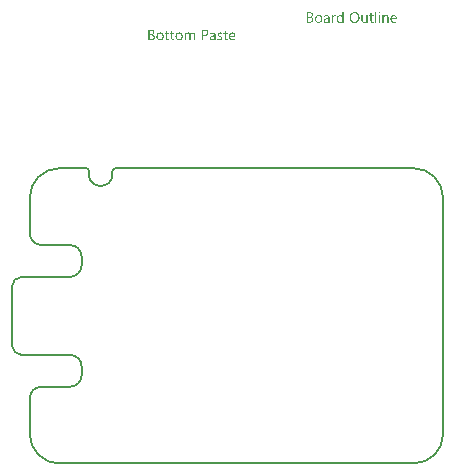
<source format=gbp>
G04*
G04 #@! TF.GenerationSoftware,Altium Limited,Altium Designer,22.10.1 (41)*
G04*
G04 Layer_Color=128*
%FSAX26Y26*%
%MOIN*%
G70*
G04*
G04 #@! TF.SameCoordinates,707F0866-B51C-4875-9159-03E13B4690FC*
G04*
G04*
G04 #@! TF.FilePolarity,Positive*
G04*
G01*
G75*
%ADD11C,0.007874*%
%ADD18C,0.005118*%
G36*
X00476936Y01013612D02*
X00477214Y01013550D01*
X00477493Y01013457D01*
X00477802Y01013303D01*
X00478111Y01013117D01*
X00478420Y01012870D01*
X00478450Y01012839D01*
X00478543Y01012747D01*
X00478667Y01012592D01*
X00478821Y01012376D01*
X00478945Y01012098D01*
X00479068Y01011789D01*
X00479161Y01011418D01*
X00479192Y01011016D01*
X00479192Y01010954D01*
X00479192Y01010831D01*
X00479161Y01010645D01*
X00479099Y01010367D01*
X00479007Y01010089D01*
X00478852Y01009780D01*
X00478667Y01009471D01*
X00478420Y01009162D01*
X00478389Y01009131D01*
X00478296Y01009039D01*
X00478111Y01008915D01*
X00477894Y01008791D01*
X00477616Y01008668D01*
X00477307Y01008544D01*
X00476967Y01008452D01*
X00476566Y01008421D01*
X00476380Y01008421D01*
X00476195Y01008452D01*
X00475917Y01008513D01*
X00475639Y01008606D01*
X00475330Y01008730D01*
X00475021Y01008884D01*
X00474712Y01009131D01*
X00474681Y01009162D01*
X00474588Y01009255D01*
X00474464Y01009440D01*
X00474341Y01009657D01*
X00474217Y01009904D01*
X00474094Y01010244D01*
X00474001Y01010615D01*
X00473970Y01011016D01*
X00473970Y01011078D01*
X00473970Y01011202D01*
X00474001Y01011418D01*
X00474063Y01011665D01*
X00474155Y01011974D01*
X00474279Y01012283D01*
X00474464Y01012592D01*
X00474712Y01012870D01*
X00474743Y01012901D01*
X00474835Y01012994D01*
X00475021Y01013117D01*
X00475237Y01013272D01*
X00475515Y01013395D01*
X00475824Y01013519D01*
X00476164Y01013612D01*
X00476566Y01013643D01*
X00476751Y01013643D01*
X00476936Y01013612D01*
X00476936Y01013612D02*
G37*
G36*
X00357261Y00976964D02*
X00353244Y00976964D01*
X00353244Y00981198D01*
X00353151Y00981198D01*
X00353120Y00981136D01*
X00353027Y00980981D01*
X00352842Y00980765D01*
X00352626Y00980456D01*
X00352317Y00980085D01*
X00351977Y00979684D01*
X00351544Y00979251D01*
X00351019Y00978788D01*
X00350463Y00978324D01*
X00349814Y00977891D01*
X00349103Y00977490D01*
X00348331Y00977119D01*
X00347496Y00976810D01*
X00346569Y00976594D01*
X00345580Y00976439D01*
X00344530Y00976377D01*
X00344314Y00976377D01*
X00344066Y00976408D01*
X00343757Y00976439D01*
X00343356Y00976470D01*
X00342892Y00976563D01*
X00342367Y00976655D01*
X00341811Y00976810D01*
X00341224Y00976964D01*
X00340606Y00977212D01*
X00339988Y00977459D01*
X00339339Y00977799D01*
X00338721Y00978169D01*
X00338103Y00978633D01*
X00337516Y00979158D01*
X00336959Y00979745D01*
X00336928Y00979776D01*
X00336836Y00979900D01*
X00336712Y00980085D01*
X00336527Y00980363D01*
X00336310Y00980703D01*
X00336063Y00981105D01*
X00335816Y00981599D01*
X00335569Y00982156D01*
X00335291Y00982774D01*
X00335044Y00983453D01*
X00334796Y00984226D01*
X00334580Y00985029D01*
X00334395Y00985894D01*
X00334271Y00986852D01*
X00334178Y00987841D01*
X00334147Y00988892D01*
X00334147Y00988923D01*
X00334147Y00988954D01*
X00334147Y00989046D01*
X00334147Y00989170D01*
X00334178Y00989479D01*
X00334209Y00989912D01*
X00334240Y00990468D01*
X00334302Y00991055D01*
X00334395Y00991735D01*
X00334549Y00992476D01*
X00334704Y00993249D01*
X00334920Y00994083D01*
X00335167Y00994886D01*
X00335476Y00995752D01*
X00335816Y00996555D01*
X00336249Y00997358D01*
X00336712Y00998131D01*
X00337268Y00998872D01*
X00337299Y00998903D01*
X00337423Y00999027D01*
X00337608Y00999212D01*
X00337856Y00999460D01*
X00338164Y00999738D01*
X00338535Y01000078D01*
X00338999Y01000418D01*
X00339493Y01000757D01*
X00340080Y01001097D01*
X00340698Y01001437D01*
X00341378Y01001777D01*
X00342120Y01002055D01*
X00342923Y01002302D01*
X00343788Y01002488D01*
X00344684Y01002611D01*
X00345642Y01002642D01*
X00345859Y01002642D01*
X00346137Y01002611D01*
X00346477Y01002581D01*
X00346909Y01002519D01*
X00347404Y01002426D01*
X00347929Y01002302D01*
X00348516Y01002148D01*
X00349134Y01001932D01*
X00349752Y01001654D01*
X00350370Y01001314D01*
X00350988Y01000912D01*
X00351575Y01000448D01*
X00352162Y00999923D01*
X00352688Y00999274D01*
X00353151Y00998563D01*
X00353244Y00998563D01*
X00353244Y01014106D01*
X00357261Y01014106D01*
X00357261Y00976964D01*
X00357261Y00976964D02*
G37*
G36*
X00499401Y01002611D02*
X00499679Y01002611D01*
X00500019Y01002550D01*
X00500420Y01002488D01*
X00500853Y01002426D01*
X00501317Y01002302D01*
X00501811Y01002179D01*
X00502336Y01001993D01*
X00502861Y01001777D01*
X00503387Y01001499D01*
X00503881Y01001190D01*
X00504376Y01000850D01*
X00504839Y01000418D01*
X00505272Y00999954D01*
X00505303Y00999923D01*
X00505364Y00999830D01*
X00505488Y00999676D01*
X00505612Y00999460D01*
X00505766Y00999182D01*
X00505952Y00998842D01*
X00506168Y00998440D01*
X00506384Y00998007D01*
X00506570Y00997482D01*
X00506786Y00996926D01*
X00506971Y00996277D01*
X00507126Y00995597D01*
X00507249Y00994856D01*
X00507373Y00994052D01*
X00507435Y00993218D01*
X00507466Y00992291D01*
X00507466Y00976964D01*
X00503449Y00976964D01*
X00503449Y00991271D01*
X00503449Y00991302D01*
X00503449Y00991364D01*
X00503449Y00991457D01*
X00503449Y00991611D01*
X00503418Y00991796D01*
X00503418Y00992013D01*
X00503356Y00992507D01*
X00503263Y00993125D01*
X00503140Y00993805D01*
X00502954Y00994516D01*
X00502707Y00995257D01*
X00502398Y00995999D01*
X00502027Y00996710D01*
X00501564Y00997389D01*
X00500977Y00998007D01*
X00500328Y00998502D01*
X00499957Y00998718D01*
X00499524Y00998903D01*
X00499092Y00999058D01*
X00498628Y00999151D01*
X00498134Y00999212D01*
X00497608Y00999243D01*
X00497330Y00999243D01*
X00497114Y00999212D01*
X00496867Y00999182D01*
X00496558Y00999120D01*
X00496218Y00999058D01*
X00495878Y00998965D01*
X00495476Y00998842D01*
X00495075Y00998687D01*
X00494673Y00998502D01*
X00494240Y00998285D01*
X00493839Y00998007D01*
X00493406Y00997698D01*
X00493004Y00997358D01*
X00492634Y00996957D01*
X00492603Y00996926D01*
X00492541Y00996864D01*
X00492448Y00996740D01*
X00492325Y00996555D01*
X00492170Y00996339D01*
X00492016Y00996061D01*
X00491830Y00995752D01*
X00491645Y00995412D01*
X00491459Y00995010D01*
X00491274Y00994577D01*
X00491120Y00994114D01*
X00490965Y00993620D01*
X00490841Y00993063D01*
X00490749Y00992507D01*
X00490687Y00991889D01*
X00490656Y00991271D01*
X00490656Y00976964D01*
X00486639Y00976964D01*
X00486639Y01002055D01*
X00490656Y01002055D01*
X00490656Y00997884D01*
X00490749Y00997884D01*
X00490780Y00997946D01*
X00490872Y00998100D01*
X00491058Y00998316D01*
X00491274Y00998625D01*
X00491583Y00998996D01*
X00491923Y00999398D01*
X00492356Y00999830D01*
X00492850Y01000263D01*
X00493406Y01000696D01*
X00494024Y01001128D01*
X00494704Y01001530D01*
X00495415Y01001901D01*
X00496218Y01002210D01*
X00497083Y01002426D01*
X00498010Y01002581D01*
X00498999Y01002642D01*
X00499184Y01002642D01*
X00499401Y01002611D01*
X00499401Y01002611D02*
G37*
G36*
X00329636Y01002457D02*
X00329976Y01002457D01*
X00330347Y01002395D01*
X00330748Y01002333D01*
X00331150Y01002271D01*
X00331490Y01002148D01*
X00331490Y00997976D01*
X00331428Y00998007D01*
X00331305Y00998100D01*
X00331058Y00998224D01*
X00330718Y00998378D01*
X00330254Y00998533D01*
X00329760Y00998656D01*
X00329142Y00998749D01*
X00328431Y00998780D01*
X00328184Y00998780D01*
X00327998Y00998749D01*
X00327782Y00998718D01*
X00327535Y00998656D01*
X00326948Y00998471D01*
X00326608Y00998347D01*
X00326268Y00998193D01*
X00325897Y00997976D01*
X00325526Y00997760D01*
X00325187Y00997482D01*
X00324816Y00997142D01*
X00324476Y00996771D01*
X00324136Y00996339D01*
X00324105Y00996308D01*
X00324074Y00996215D01*
X00323981Y00996091D01*
X00323858Y00995906D01*
X00323734Y00995659D01*
X00323580Y00995350D01*
X00323425Y00995010D01*
X00323271Y00994608D01*
X00323116Y00994176D01*
X00322962Y00993681D01*
X00322807Y00993125D01*
X00322684Y00992538D01*
X00322560Y00991889D01*
X00322467Y00991209D01*
X00322436Y00990499D01*
X00322406Y00989726D01*
X00322406Y00976964D01*
X00318389Y00976964D01*
X00318389Y01002055D01*
X00322406Y01002055D01*
X00322406Y00996864D01*
X00322498Y00996864D01*
X00322498Y00996895D01*
X00322529Y00996988D01*
X00322591Y00997111D01*
X00322653Y00997297D01*
X00322745Y00997513D01*
X00322869Y00997791D01*
X00323147Y00998378D01*
X00323518Y00999058D01*
X00323981Y00999738D01*
X00324507Y01000387D01*
X00325125Y01001005D01*
X00325156Y01001035D01*
X00325217Y01001066D01*
X00325310Y01001128D01*
X00325434Y01001252D01*
X00325588Y01001345D01*
X00325805Y01001468D01*
X00326268Y01001746D01*
X00326855Y01002024D01*
X00327535Y01002271D01*
X00328276Y01002426D01*
X00328678Y01002457D01*
X00329080Y01002488D01*
X00329327Y01002488D01*
X00329636Y01002457D01*
X00329636Y01002457D02*
G37*
G36*
X00437261Y00976964D02*
X00433244Y00976964D01*
X00433244Y00980920D01*
X00433151Y00980920D01*
X00433120Y00980858D01*
X00433027Y00980734D01*
X00432873Y00980487D01*
X00432688Y00980209D01*
X00432409Y00979869D01*
X00432070Y00979498D01*
X00431699Y00979066D01*
X00431235Y00978664D01*
X00430741Y00978231D01*
X00430154Y00977830D01*
X00429536Y00977428D01*
X00428825Y00977088D01*
X00428053Y00976810D01*
X00427249Y00976563D01*
X00426353Y00976439D01*
X00425395Y00976377D01*
X00425179Y00976377D01*
X00425024Y00976408D01*
X00424808Y00976408D01*
X00424561Y00976439D01*
X00424283Y00976501D01*
X00424005Y00976532D01*
X00423325Y00976717D01*
X00422552Y00976933D01*
X00421749Y00977273D01*
X00421347Y00977490D01*
X00420915Y00977706D01*
X00420482Y00977984D01*
X00420080Y00978262D01*
X00419679Y00978602D01*
X00419277Y00978973D01*
X00418875Y00979405D01*
X00418505Y00979838D01*
X00418165Y00980332D01*
X00417825Y00980889D01*
X00417547Y00981476D01*
X00417269Y00982094D01*
X00417021Y00982774D01*
X00416805Y00983515D01*
X00416651Y00984319D01*
X00416527Y00985153D01*
X00416465Y00986080D01*
X00416434Y00987038D01*
X00416434Y01002055D01*
X00420420Y01002055D01*
X00420420Y00987687D01*
X00420420Y00987656D01*
X00420420Y00987594D01*
X00420420Y00987501D01*
X00420420Y00987347D01*
X00420451Y00987161D01*
X00420451Y00986945D01*
X00420513Y00986451D01*
X00420606Y00985833D01*
X00420729Y00985184D01*
X00420946Y00984442D01*
X00421193Y00983731D01*
X00421502Y00982990D01*
X00421904Y00982248D01*
X00422398Y00981599D01*
X00422985Y00980981D01*
X00423696Y00980487D01*
X00424067Y00980271D01*
X00424499Y00980085D01*
X00424963Y00979931D01*
X00425426Y00979838D01*
X00425951Y00979776D01*
X00426508Y00979745D01*
X00426786Y00979745D01*
X00427002Y00979776D01*
X00427249Y00979807D01*
X00427527Y00979869D01*
X00427867Y00979931D01*
X00428207Y00980024D01*
X00428578Y00980116D01*
X00428980Y00980271D01*
X00429381Y00980456D01*
X00429783Y00980672D01*
X00430185Y00980920D01*
X00430586Y00981198D01*
X00430957Y00981538D01*
X00431328Y00981908D01*
X00431359Y00981939D01*
X00431421Y00982001D01*
X00431513Y00982125D01*
X00431637Y00982310D01*
X00431761Y00982526D01*
X00431946Y00982774D01*
X00432101Y00983083D01*
X00432286Y00983423D01*
X00432471Y00983824D01*
X00432626Y00984257D01*
X00432811Y00984720D01*
X00432935Y00985215D01*
X00433058Y00985771D01*
X00433151Y00986327D01*
X00433213Y00986945D01*
X00433244Y00987594D01*
X00433244Y01002055D01*
X00437261Y01002055D01*
X00437261Y00976964D01*
X00437261Y00976964D02*
G37*
G36*
X00478512Y00976964D02*
X00474495Y00976964D01*
X00474495Y01002055D01*
X00478512Y01002055D01*
X00478512Y00976964D01*
X00478512Y00976964D02*
G37*
G36*
X00466369Y00976964D02*
X00462352Y00976964D01*
X00462352Y01014106D01*
X00466369Y01014106D01*
X00466369Y00976964D01*
X00466369Y00976964D02*
G37*
G36*
X00302351Y01002611D02*
X00302568Y01002611D01*
X00302784Y01002581D01*
X00303062Y01002550D01*
X00303371Y01002488D01*
X00304020Y01002364D01*
X00304793Y01002148D01*
X00305565Y01001870D01*
X00306399Y01001468D01*
X00307234Y01000974D01*
X00307635Y01000696D01*
X00308037Y01000356D01*
X00308408Y00999985D01*
X00308779Y00999614D01*
X00309118Y00999182D01*
X00309428Y00998687D01*
X00309736Y00998193D01*
X00310015Y00997636D01*
X00310231Y00997019D01*
X00310447Y00996370D01*
X00310602Y00995690D01*
X00310725Y00994917D01*
X00310787Y00994145D01*
X00310818Y00993280D01*
X00310818Y00976964D01*
X00306801Y00976964D01*
X00306801Y00980858D01*
X00306708Y00980858D01*
X00306677Y00980796D01*
X00306585Y00980672D01*
X00306430Y00980456D01*
X00306214Y00980147D01*
X00305936Y00979807D01*
X00305596Y00979436D01*
X00305225Y00979035D01*
X00304762Y00978633D01*
X00304236Y00978200D01*
X00303680Y00977799D01*
X00303031Y00977428D01*
X00302351Y00977088D01*
X00301579Y00976779D01*
X00300776Y00976563D01*
X00299910Y00976439D01*
X00298983Y00976377D01*
X00298613Y00976377D01*
X00298365Y00976408D01*
X00298056Y00976439D01*
X00297685Y00976470D01*
X00297284Y00976532D01*
X00296851Y00976625D01*
X00295893Y00976872D01*
X00295430Y00977026D01*
X00294935Y00977212D01*
X00294441Y00977428D01*
X00293978Y00977706D01*
X00293545Y00978015D01*
X00293112Y00978355D01*
X00293081Y00978386D01*
X00293020Y00978448D01*
X00292927Y00978571D01*
X00292772Y00978726D01*
X00292618Y00978911D01*
X00292463Y00979158D01*
X00292247Y00979436D01*
X00292062Y00979745D01*
X00291876Y00980116D01*
X00291691Y00980518D01*
X00291505Y00980951D01*
X00291351Y00981414D01*
X00291197Y00981908D01*
X00291104Y00982434D01*
X00291042Y00983021D01*
X00291011Y00983608D01*
X00291011Y00983639D01*
X00291011Y00983701D01*
X00291011Y00983793D01*
X00291042Y00983917D01*
X00291042Y00984071D01*
X00291073Y00984257D01*
X00291135Y00984720D01*
X00291258Y00985277D01*
X00291444Y00985894D01*
X00291691Y00986574D01*
X00292062Y00987285D01*
X00292494Y00987996D01*
X00293020Y00988706D01*
X00293360Y00989046D01*
X00293699Y00989386D01*
X00294101Y00989726D01*
X00294503Y00990035D01*
X00294966Y00990344D01*
X00295461Y00990622D01*
X00295986Y00990869D01*
X00296573Y00991117D01*
X00297191Y00991333D01*
X00297840Y00991518D01*
X00298551Y00991673D01*
X00299292Y00991796D01*
X00306801Y00992847D01*
X00306801Y00992878D01*
X00306801Y00992909D01*
X00306801Y00993001D01*
X00306801Y00993125D01*
X00306770Y00993434D01*
X00306708Y00993836D01*
X00306647Y00994330D01*
X00306523Y00994886D01*
X00306368Y00995443D01*
X00306152Y00996061D01*
X00305874Y00996648D01*
X00305534Y00997235D01*
X00305132Y00997760D01*
X00304638Y00998255D01*
X00304020Y00998656D01*
X00303340Y00998965D01*
X00302969Y00999089D01*
X00302537Y00999182D01*
X00302104Y00999212D01*
X00301641Y00999243D01*
X00301424Y00999243D01*
X00301208Y00999212D01*
X00300868Y00999182D01*
X00300466Y00999151D01*
X00300003Y00999089D01*
X00299478Y00998996D01*
X00298921Y00998872D01*
X00298303Y00998687D01*
X00297655Y00998502D01*
X00296975Y00998255D01*
X00296264Y00997946D01*
X00295553Y00997575D01*
X00294843Y00997173D01*
X00294132Y00996710D01*
X00293452Y00996153D01*
X00293452Y01000263D01*
X00293483Y01000294D01*
X00293607Y01000356D01*
X00293823Y01000479D01*
X00294101Y01000634D01*
X00294472Y01000819D01*
X00294874Y01001005D01*
X00295368Y01001221D01*
X00295924Y01001468D01*
X00296511Y01001684D01*
X00297160Y01001901D01*
X00297871Y01002086D01*
X00298613Y01002271D01*
X00299416Y01002426D01*
X00300219Y01002550D01*
X00301084Y01002611D01*
X00301981Y01002642D01*
X00302197Y01002642D01*
X00302351Y01002611D01*
X00302351Y01002611D02*
G37*
G36*
X00245990Y01012067D02*
X00246361Y01012036D01*
X00246793Y01011974D01*
X00247288Y01011912D01*
X00247844Y01011820D01*
X00248400Y01011696D01*
X00248987Y01011542D01*
X00249605Y01011356D01*
X00250192Y01011140D01*
X00250810Y01010893D01*
X00251366Y01010584D01*
X00251923Y01010244D01*
X00252448Y01009842D01*
X00252479Y01009811D01*
X00252571Y01009749D01*
X00252695Y01009626D01*
X00252850Y01009440D01*
X00253066Y01009224D01*
X00253282Y01008946D01*
X00253529Y01008637D01*
X00253777Y01008297D01*
X00254024Y01007895D01*
X00254271Y01007463D01*
X00254487Y01006968D01*
X00254704Y01006474D01*
X00254858Y01005918D01*
X00254982Y01005331D01*
X00255074Y01004713D01*
X00255105Y01004064D01*
X00255105Y01004033D01*
X00255105Y01003940D01*
X00255105Y01003786D01*
X00255074Y01003569D01*
X00255043Y01003291D01*
X00255013Y01003013D01*
X00254982Y01002673D01*
X00254920Y01002302D01*
X00254704Y01001468D01*
X00254425Y01000603D01*
X00254240Y01000139D01*
X00254024Y00999707D01*
X00253777Y00999274D01*
X00253499Y00998842D01*
X00253468Y00998811D01*
X00253437Y00998749D01*
X00253344Y00998625D01*
X00253190Y00998471D01*
X00253035Y00998316D01*
X00252850Y00998100D01*
X00252602Y00997884D01*
X00252355Y00997636D01*
X00252046Y00997389D01*
X00251706Y00997111D01*
X00251335Y00996864D01*
X00250934Y00996586D01*
X00250501Y00996339D01*
X00250069Y00996122D01*
X00249049Y00995721D01*
X00249049Y00995628D01*
X00249080Y00995628D01*
X00249203Y00995597D01*
X00249389Y00995566D01*
X00249636Y00995535D01*
X00249945Y00995473D01*
X00250285Y00995381D01*
X00250687Y00995257D01*
X00251088Y00995134D01*
X00251984Y00994794D01*
X00252479Y00994577D01*
X00252942Y00994299D01*
X00253406Y00994021D01*
X00253869Y00993712D01*
X00254333Y00993341D01*
X00254734Y00992940D01*
X00254765Y00992909D01*
X00254827Y00992847D01*
X00254920Y00992723D01*
X00255074Y00992538D01*
X00255229Y00992291D01*
X00255414Y00992044D01*
X00255600Y00991704D01*
X00255816Y00991364D01*
X00256001Y00990962D01*
X00256187Y00990499D01*
X00256372Y00990035D01*
X00256527Y00989510D01*
X00256681Y00988923D01*
X00256774Y00988336D01*
X00256836Y00987718D01*
X00256867Y00987038D01*
X00256867Y00986976D01*
X00256867Y00986852D01*
X00256836Y00986605D01*
X00256805Y00986296D01*
X00256774Y00985894D01*
X00256681Y00985462D01*
X00256589Y00984967D01*
X00256465Y00984442D01*
X00256279Y00983855D01*
X00256063Y00983268D01*
X00255816Y00982681D01*
X00255507Y00982063D01*
X00255136Y00981445D01*
X00254704Y00980858D01*
X00254209Y00980302D01*
X00253622Y00979745D01*
X00253591Y00979715D01*
X00253468Y00979622D01*
X00253282Y00979498D01*
X00253035Y00979313D01*
X00252726Y00979096D01*
X00252324Y00978880D01*
X00251892Y00978602D01*
X00251397Y00978355D01*
X00250810Y00978108D01*
X00250192Y00977861D01*
X00249543Y00977613D01*
X00248802Y00977397D01*
X00248029Y00977212D01*
X00247226Y00977088D01*
X00246361Y00976995D01*
X00245464Y00976964D01*
X00235237Y00976964D01*
X00235237Y01012098D01*
X00245650Y01012098D01*
X00245990Y01012067D01*
X00245990Y01012067D02*
G37*
G36*
X00450671Y01002055D02*
X00457006Y01002055D01*
X00457006Y00998594D01*
X00450671Y00998594D01*
X00450671Y00984473D01*
X00450671Y00984442D01*
X00450671Y00984350D01*
X00450671Y00984226D01*
X00450671Y00984071D01*
X00450702Y00983855D01*
X00450733Y00983608D01*
X00450795Y00983083D01*
X00450888Y00982465D01*
X00451042Y00981878D01*
X00451259Y00981321D01*
X00451382Y00981074D01*
X00451537Y00980858D01*
X00451567Y00980827D01*
X00451691Y00980703D01*
X00451907Y00980518D01*
X00452216Y00980332D01*
X00452618Y00980116D01*
X00453113Y00979962D01*
X00453700Y00979838D01*
X00454379Y00979776D01*
X00454627Y00979776D01*
X00454905Y00979807D01*
X00455276Y00979869D01*
X00455677Y00979993D01*
X00456141Y00980116D01*
X00456573Y00980332D01*
X00457006Y00980611D01*
X00457006Y00977181D01*
X00456975Y00977181D01*
X00456944Y00977150D01*
X00456851Y00977119D01*
X00456759Y00977057D01*
X00456419Y00976933D01*
X00456017Y00976810D01*
X00455461Y00976686D01*
X00454812Y00976563D01*
X00454070Y00976470D01*
X00453236Y00976439D01*
X00452958Y00976439D01*
X00452618Y00976501D01*
X00452216Y00976563D01*
X00451722Y00976655D01*
X00451166Y00976841D01*
X00450548Y00977057D01*
X00449961Y00977366D01*
X00449343Y00977737D01*
X00448725Y00978231D01*
X00448168Y00978818D01*
X00447921Y00979158D01*
X00447674Y00979529D01*
X00447458Y00979931D01*
X00447272Y00980363D01*
X00447087Y00980827D01*
X00446933Y00981352D01*
X00446809Y00981878D01*
X00446716Y00982465D01*
X00446685Y00983083D01*
X00446654Y00983762D01*
X00446654Y00998594D01*
X00442359Y00998594D01*
X00442359Y01002055D01*
X00446654Y01002055D01*
X00446654Y01008173D01*
X00450671Y01009471D01*
X00450671Y01002055D01*
X00450671Y01002055D02*
G37*
G36*
X00525357Y01002611D02*
X00525697Y01002581D01*
X00526129Y01002550D01*
X00526593Y01002488D01*
X00527118Y01002364D01*
X00527674Y01002241D01*
X00528292Y01002086D01*
X00528910Y01001870D01*
X00529528Y01001592D01*
X00530177Y01001283D01*
X00530795Y01000912D01*
X00531382Y01000479D01*
X00531969Y00999985D01*
X00532495Y00999429D01*
X00532525Y00999398D01*
X00532618Y00999274D01*
X00532742Y00999089D01*
X00532927Y00998842D01*
X00533113Y00998533D01*
X00533360Y00998131D01*
X00533607Y00997667D01*
X00533854Y00997142D01*
X00534101Y00996524D01*
X00534349Y00995875D01*
X00534596Y00995134D01*
X00534781Y00994361D01*
X00534967Y00993496D01*
X00535090Y00992600D01*
X00535183Y00991611D01*
X00535214Y00990591D01*
X00535214Y00988490D01*
X00517477Y00988490D01*
X00517477Y00988428D01*
X00517477Y00988305D01*
X00517508Y00988088D01*
X00517539Y00987810D01*
X00517570Y00987439D01*
X00517632Y00987038D01*
X00517693Y00986605D01*
X00517817Y00986111D01*
X00518095Y00985060D01*
X00518281Y00984535D01*
X00518497Y00983979D01*
X00518744Y00983453D01*
X00519022Y00982928D01*
X00519362Y00982465D01*
X00519733Y00982001D01*
X00519764Y00981970D01*
X00519826Y00981908D01*
X00519949Y00981785D01*
X00520135Y00981661D01*
X00520351Y00981476D01*
X00520629Y00981290D01*
X00520938Y00981074D01*
X00521278Y00980889D01*
X00521680Y00980672D01*
X00522143Y00980456D01*
X00522607Y00980271D01*
X00523163Y00980085D01*
X00523719Y00979962D01*
X00524337Y00979838D01*
X00524986Y00979776D01*
X00525666Y00979745D01*
X00525851Y00979745D01*
X00526067Y00979776D01*
X00526376Y00979776D01*
X00526747Y00979838D01*
X00527180Y00979900D01*
X00527674Y00979993D01*
X00528230Y00980085D01*
X00528817Y00980240D01*
X00529436Y00980425D01*
X00530084Y00980641D01*
X00530733Y00980920D01*
X00531413Y00981229D01*
X00532093Y00981599D01*
X00532773Y00982032D01*
X00533452Y00982526D01*
X00533452Y00978757D01*
X00533422Y00978726D01*
X00533298Y00978664D01*
X00533113Y00978540D01*
X00532865Y00978386D01*
X00532525Y00978200D01*
X00532124Y00978015D01*
X00531660Y00977799D01*
X00531135Y00977582D01*
X00530517Y00977335D01*
X00529868Y00977119D01*
X00529157Y00976933D01*
X00528385Y00976748D01*
X00527551Y00976594D01*
X00526654Y00976470D01*
X00525697Y00976408D01*
X00524708Y00976377D01*
X00524461Y00976377D01*
X00524213Y00976408D01*
X00523843Y00976439D01*
X00523379Y00976470D01*
X00522854Y00976563D01*
X00522298Y00976655D01*
X00521680Y00976810D01*
X00521031Y00976995D01*
X00520351Y00977212D01*
X00519640Y00977490D01*
X00518960Y00977799D01*
X00518250Y00978200D01*
X00517601Y00978664D01*
X00516952Y00979189D01*
X00516365Y00979776D01*
X00516334Y00979807D01*
X00516241Y00979931D01*
X00516087Y00980147D01*
X00515901Y00980425D01*
X00515654Y00980765D01*
X00515407Y00981198D01*
X00515129Y00981692D01*
X00514851Y00982279D01*
X00514573Y00982897D01*
X00514294Y00983639D01*
X00514047Y00984411D01*
X00513800Y00985277D01*
X00513615Y00986203D01*
X00513460Y00987192D01*
X00513367Y00988274D01*
X00513337Y00989386D01*
X00513337Y00989417D01*
X00513337Y00989448D01*
X00513337Y00989541D01*
X00513337Y00989633D01*
X00513367Y00989942D01*
X00513398Y00990375D01*
X00513429Y00990869D01*
X00513522Y00991426D01*
X00513615Y00992074D01*
X00513738Y00992785D01*
X00513924Y00993527D01*
X00514140Y00994299D01*
X00514418Y00995103D01*
X00514727Y00995906D01*
X00515098Y00996679D01*
X00515561Y00997482D01*
X00516056Y00998224D01*
X00516643Y00998934D01*
X00516674Y00998965D01*
X00516797Y00999089D01*
X00516983Y00999274D01*
X00517230Y00999521D01*
X00517570Y00999799D01*
X00517972Y01000109D01*
X00518404Y01000448D01*
X00518929Y01000788D01*
X00519486Y01001128D01*
X00520135Y01001468D01*
X00520814Y01001777D01*
X00521525Y01002055D01*
X00522298Y01002302D01*
X00523132Y01002488D01*
X00523997Y01002611D01*
X00524893Y01002642D01*
X00525110Y01002642D01*
X00525357Y01002611D01*
X00525357Y01002611D02*
G37*
G36*
X00394928Y01012654D02*
X00395144Y01012654D01*
X00395360Y01012623D01*
X00395639Y01012623D01*
X00396257Y01012530D01*
X00396967Y01012438D01*
X00397771Y01012283D01*
X00398636Y01012067D01*
X00399532Y01011820D01*
X00400490Y01011480D01*
X00401448Y01011078D01*
X00402437Y01010615D01*
X00403425Y01010058D01*
X00404352Y01009409D01*
X00405279Y01008637D01*
X00406144Y01007772D01*
X00406206Y01007710D01*
X00406330Y01007555D01*
X00406546Y01007277D01*
X00406855Y01006876D01*
X00407164Y01006381D01*
X00407566Y01005794D01*
X00407968Y01005114D01*
X00408369Y01004342D01*
X00408771Y01003446D01*
X00409173Y01002488D01*
X00409574Y01001437D01*
X00409914Y01000294D01*
X00410192Y00999058D01*
X00410409Y00997760D01*
X00410532Y00996400D01*
X00410594Y00994948D01*
X00410594Y00994917D01*
X00410594Y00994856D01*
X00410594Y00994732D01*
X00410594Y00994577D01*
X00410563Y00994361D01*
X00410563Y00994114D01*
X00410532Y00993836D01*
X00410532Y00993527D01*
X00410501Y00993187D01*
X00410471Y00992816D01*
X00410347Y00991982D01*
X00410223Y00991024D01*
X00410038Y00990035D01*
X00409791Y00988954D01*
X00409482Y00987841D01*
X00409111Y00986729D01*
X00408678Y00985586D01*
X00408153Y00984473D01*
X00407535Y00983361D01*
X00406824Y00982341D01*
X00406021Y00981352D01*
X00405959Y00981290D01*
X00405805Y00981136D01*
X00405557Y00980889D01*
X00405187Y00980580D01*
X00404723Y00980209D01*
X00404167Y00979776D01*
X00403549Y00979344D01*
X00402807Y00978880D01*
X00401973Y00978417D01*
X00401046Y00977953D01*
X00400057Y00977521D01*
X00398976Y00977150D01*
X00397801Y00976841D01*
X00396565Y00976594D01*
X00395237Y00976439D01*
X00393846Y00976377D01*
X00393506Y00976377D01*
X00393352Y00976408D01*
X00393136Y00976408D01*
X00392888Y00976439D01*
X00392610Y00976470D01*
X00391961Y00976532D01*
X00391251Y00976625D01*
X00390416Y00976779D01*
X00389551Y00976995D01*
X00388593Y00977242D01*
X00387635Y00977582D01*
X00386647Y00977984D01*
X00385627Y00978448D01*
X00384638Y00979004D01*
X00383680Y00979684D01*
X00382722Y00980425D01*
X00381857Y00981290D01*
X00381795Y00981352D01*
X00381672Y00981507D01*
X00381455Y00981785D01*
X00381146Y00982187D01*
X00380807Y00982681D01*
X00380436Y00983268D01*
X00380034Y00983948D01*
X00379632Y00984751D01*
X00379200Y00985616D01*
X00378798Y00986574D01*
X00378427Y00987625D01*
X00378087Y00988768D01*
X00377778Y00990004D01*
X00377562Y00991302D01*
X00377438Y00992662D01*
X00377377Y00994114D01*
X00377377Y00994145D01*
X00377377Y00994207D01*
X00377377Y00994330D01*
X00377377Y00994485D01*
X00377408Y00994701D01*
X00377408Y00994917D01*
X00377438Y00995195D01*
X00377438Y00995504D01*
X00377469Y00995844D01*
X00377531Y00996246D01*
X00377624Y00997049D01*
X00377747Y00997976D01*
X00377964Y00998965D01*
X00378180Y01000047D01*
X00378489Y01001128D01*
X00378860Y01002241D01*
X00379292Y01003384D01*
X00379818Y01004496D01*
X00380436Y01005578D01*
X00381146Y01006628D01*
X00381950Y01007617D01*
X00382012Y01007679D01*
X00382166Y01007833D01*
X00382413Y01008081D01*
X00382784Y01008421D01*
X00383248Y01008791D01*
X00383835Y01009224D01*
X00384484Y01009688D01*
X00385225Y01010151D01*
X00386090Y01010615D01*
X00387017Y01011078D01*
X00388037Y01011511D01*
X00389149Y01011881D01*
X00390355Y01012221D01*
X00391622Y01012468D01*
X00392981Y01012623D01*
X00394433Y01012685D01*
X00394742Y01012685D01*
X00394928Y01012654D01*
X00394928Y01012654D02*
G37*
G36*
X00275067Y01002611D02*
X00275468Y01002581D01*
X00275932Y01002550D01*
X00276488Y01002457D01*
X00277075Y01002364D01*
X00277724Y01002210D01*
X00278435Y01002024D01*
X00279146Y01001808D01*
X00279856Y01001530D01*
X00280598Y01001190D01*
X00281308Y01000788D01*
X00282019Y01000325D01*
X00282668Y00999799D01*
X00283286Y00999182D01*
X00283317Y00999151D01*
X00283410Y00999027D01*
X00283564Y00998811D01*
X00283781Y00998533D01*
X00284028Y00998193D01*
X00284275Y00997760D01*
X00284584Y00997266D01*
X00284862Y00996679D01*
X00285171Y00996030D01*
X00285449Y00995319D01*
X00285696Y00994547D01*
X00285943Y00993681D01*
X00286160Y00992754D01*
X00286314Y00991765D01*
X00286407Y00990715D01*
X00286438Y00989602D01*
X00286438Y00989572D01*
X00286438Y00989541D01*
X00286438Y00989448D01*
X00286438Y00989324D01*
X00286407Y00989015D01*
X00286376Y00988614D01*
X00286345Y00988088D01*
X00286252Y00987501D01*
X00286160Y00986852D01*
X00286005Y00986142D01*
X00285820Y00985400D01*
X00285604Y00984597D01*
X00285325Y00983793D01*
X00285017Y00982990D01*
X00284615Y00982187D01*
X00284151Y00981414D01*
X00283626Y00980672D01*
X00283039Y00979962D01*
X00283008Y00979931D01*
X00282884Y00979807D01*
X00282699Y00979622D01*
X00282421Y00979405D01*
X00282081Y00979127D01*
X00281679Y00978818D01*
X00281185Y00978509D01*
X00280629Y00978169D01*
X00280011Y00977830D01*
X00279331Y00977521D01*
X00278589Y00977212D01*
X00277786Y00976933D01*
X00276890Y00976717D01*
X00275963Y00976532D01*
X00275005Y00976408D01*
X00273954Y00976377D01*
X00273707Y00976377D01*
X00273429Y00976408D01*
X00273027Y00976439D01*
X00272564Y00976470D01*
X00272008Y00976563D01*
X00271421Y00976655D01*
X00270772Y00976810D01*
X00270061Y00976995D01*
X00269350Y00977242D01*
X00268609Y00977521D01*
X00267867Y00977861D01*
X00267125Y00978262D01*
X00266384Y00978726D01*
X00265704Y00979251D01*
X00265055Y00979869D01*
X00265024Y00979900D01*
X00264901Y00980024D01*
X00264746Y00980240D01*
X00264530Y00980518D01*
X00264283Y00980858D01*
X00264005Y00981290D01*
X00263726Y00981785D01*
X00263417Y00982372D01*
X00263108Y00982990D01*
X00262799Y00983701D01*
X00262521Y00984473D01*
X00262274Y00985307D01*
X00262058Y00986173D01*
X00261903Y00987130D01*
X00261780Y00988150D01*
X00261749Y00989201D01*
X00261749Y00989232D01*
X00261749Y00989263D01*
X00261749Y00989355D01*
X00261749Y00989479D01*
X00261780Y00989819D01*
X00261811Y00990251D01*
X00261841Y00990777D01*
X00261934Y00991395D01*
X00262027Y00992074D01*
X00262181Y00992816D01*
X00262367Y00993589D01*
X00262583Y00994392D01*
X00262861Y00995226D01*
X00263201Y00996061D01*
X00263603Y00996864D01*
X00264035Y00997636D01*
X00264561Y00998378D01*
X00265179Y00999089D01*
X00265210Y00999120D01*
X00265333Y00999243D01*
X00265550Y00999429D01*
X00265828Y00999645D01*
X00266168Y00999923D01*
X00266600Y01000201D01*
X00267094Y01000541D01*
X00267651Y01000881D01*
X00268269Y01001190D01*
X00268979Y01001530D01*
X00269752Y01001808D01*
X00270586Y01002086D01*
X00271482Y01002302D01*
X00272440Y01002488D01*
X00273460Y01002611D01*
X00274541Y01002642D01*
X00274789Y01002642D01*
X00275067Y01002611D01*
X00275067Y01002611D02*
G37*
G36*
X-00052967Y00944540D02*
X-00052688Y00944540D01*
X-00052349Y00944510D01*
X-00051978Y00944479D01*
X-00051576Y00944417D01*
X-00050649Y00944293D01*
X-00049691Y00944077D01*
X-00048671Y00943799D01*
X-00047683Y00943428D01*
X-00047683Y00939349D01*
X-00047714Y00939380D01*
X-00047806Y00939442D01*
X-00047961Y00939504D01*
X-00048177Y00939627D01*
X-00048424Y00939782D01*
X-00048733Y00939936D01*
X-00049104Y00940091D01*
X-00049506Y00940276D01*
X-00049969Y00940431D01*
X-00050433Y00940585D01*
X-00050958Y00940740D01*
X-00051514Y00940894D01*
X-00052132Y00941018D01*
X-00052750Y00941080D01*
X-00053368Y00941141D01*
X-00054048Y00941172D01*
X-00054450Y00941172D01*
X-00054728Y00941141D01*
X-00055037Y00941111D01*
X-00055377Y00941049D01*
X-00056087Y00940894D01*
X-00056118Y00940894D01*
X-00056242Y00940863D01*
X-00056396Y00940802D01*
X-00056613Y00940709D01*
X-00057107Y00940492D01*
X-00057632Y00940183D01*
X-00057663Y00940153D01*
X-00057725Y00940091D01*
X-00057849Y00939998D01*
X-00058003Y00939875D01*
X-00058343Y00939535D01*
X-00058652Y00939071D01*
X-00058652Y00939040D01*
X-00058714Y00938947D01*
X-00058745Y00938824D01*
X-00058807Y00938639D01*
X-00058868Y00938453D01*
X-00058930Y00938206D01*
X-00058961Y00937928D01*
X-00058992Y00937650D01*
X-00058992Y00937619D01*
X-00058992Y00937495D01*
X-00058961Y00937310D01*
X-00058961Y00937063D01*
X-00058899Y00936815D01*
X-00058837Y00936537D01*
X-00058776Y00936259D01*
X-00058652Y00935981D01*
X-00058621Y00935950D01*
X-00058590Y00935857D01*
X-00058498Y00935734D01*
X-00058374Y00935579D01*
X-00058219Y00935425D01*
X-00058065Y00935209D01*
X-00057602Y00934807D01*
X-00057571Y00934776D01*
X-00057478Y00934714D01*
X-00057323Y00934621D01*
X-00057138Y00934498D01*
X-00056891Y00934374D01*
X-00056613Y00934220D01*
X-00056273Y00934034D01*
X-00055933Y00933880D01*
X-00055902Y00933849D01*
X-00055748Y00933818D01*
X-00055562Y00933725D01*
X-00055284Y00933633D01*
X-00054944Y00933478D01*
X-00054573Y00933324D01*
X-00054172Y00933169D01*
X-00053708Y00932984D01*
X-00053677Y00932984D01*
X-00053646Y00932953D01*
X-00053554Y00932922D01*
X-00053430Y00932891D01*
X-00053121Y00932768D01*
X-00052719Y00932582D01*
X-00052256Y00932397D01*
X-00051730Y00932180D01*
X-00051205Y00931933D01*
X-00050711Y00931686D01*
X-00050680Y00931686D01*
X-00050649Y00931655D01*
X-00050495Y00931562D01*
X-00050247Y00931439D01*
X-00049938Y00931253D01*
X-00049568Y00931006D01*
X-00049197Y00930759D01*
X-00048826Y00930450D01*
X-00048455Y00930141D01*
X-00048424Y00930110D01*
X-00048301Y00929986D01*
X-00048146Y00929832D01*
X-00047930Y00929585D01*
X-00047714Y00929307D01*
X-00047466Y00928967D01*
X-00047250Y00928596D01*
X-00047034Y00928194D01*
X-00047003Y00928133D01*
X-00046941Y00928009D01*
X-00046879Y00927762D01*
X-00046786Y00927453D01*
X-00046694Y00927082D01*
X-00046601Y00926649D01*
X-00046570Y00926155D01*
X-00046539Y00925599D01*
X-00046539Y00925568D01*
X-00046539Y00925506D01*
X-00046539Y00925413D01*
X-00046539Y00925290D01*
X-00046570Y00924950D01*
X-00046632Y00924486D01*
X-00046756Y00923992D01*
X-00046879Y00923436D01*
X-00047096Y00922880D01*
X-00047374Y00922354D01*
X-00047404Y00922292D01*
X-00047528Y00922138D01*
X-00047714Y00921891D01*
X-00047961Y00921551D01*
X-00048270Y00921211D01*
X-00048641Y00920809D01*
X-00049073Y00920438D01*
X-00049568Y00920068D01*
X-00049629Y00920037D01*
X-00049815Y00919913D01*
X-00050093Y00919759D01*
X-00050464Y00919573D01*
X-00050927Y00919357D01*
X-00051483Y00919141D01*
X-00052070Y00918924D01*
X-00052719Y00918739D01*
X-00052750Y00918739D01*
X-00052812Y00918708D01*
X-00052905Y00918708D01*
X-00053028Y00918677D01*
X-00053183Y00918646D01*
X-00053368Y00918615D01*
X-00053832Y00918523D01*
X-00054419Y00918430D01*
X-00055037Y00918368D01*
X-00055717Y00918337D01*
X-00056458Y00918306D01*
X-00056829Y00918306D01*
X-00057107Y00918337D01*
X-00057447Y00918337D01*
X-00057818Y00918399D01*
X-00058281Y00918430D01*
X-00058745Y00918492D01*
X-00059270Y00918584D01*
X-00059795Y00918677D01*
X-00060908Y00918924D01*
X-00062051Y00919295D01*
X-00062607Y00919542D01*
X-00063163Y00919789D01*
X-00063163Y00924085D01*
X-00063133Y00924054D01*
X-00063009Y00923992D01*
X-00062824Y00923868D01*
X-00062576Y00923714D01*
X-00062267Y00923528D01*
X-00061928Y00923312D01*
X-00061495Y00923096D01*
X-00061031Y00922880D01*
X-00060506Y00922663D01*
X-00059950Y00922447D01*
X-00059363Y00922231D01*
X-00058745Y00922045D01*
X-00058065Y00921891D01*
X-00057385Y00921767D01*
X-00056675Y00921705D01*
X-00055933Y00921674D01*
X-00055717Y00921674D01*
X-00055438Y00921705D01*
X-00055099Y00921736D01*
X-00054697Y00921798D01*
X-00054264Y00921860D01*
X-00053770Y00921983D01*
X-00053276Y00922107D01*
X-00052812Y00922292D01*
X-00052318Y00922540D01*
X-00051885Y00922818D01*
X-00051483Y00923158D01*
X-00051143Y00923559D01*
X-00050865Y00924023D01*
X-00050711Y00924579D01*
X-00050649Y00924888D01*
X-00050649Y00925197D01*
X-00050649Y00925228D01*
X-00050649Y00925382D01*
X-00050680Y00925568D01*
X-00050711Y00925784D01*
X-00050773Y00926062D01*
X-00050834Y00926340D01*
X-00050958Y00926618D01*
X-00051112Y00926896D01*
X-00051143Y00926927D01*
X-00051205Y00927020D01*
X-00051298Y00927144D01*
X-00051422Y00927329D01*
X-00051607Y00927514D01*
X-00051792Y00927731D01*
X-00052039Y00927916D01*
X-00052318Y00928133D01*
X-00052349Y00928163D01*
X-00052441Y00928225D01*
X-00052627Y00928318D01*
X-00052843Y00928472D01*
X-00053090Y00928627D01*
X-00053399Y00928781D01*
X-00053770Y00928936D01*
X-00054141Y00929090D01*
X-00054203Y00929121D01*
X-00054326Y00929152D01*
X-00054542Y00929245D01*
X-00054821Y00929369D01*
X-00055130Y00929523D01*
X-00055531Y00929678D01*
X-00055933Y00929832D01*
X-00056365Y00930017D01*
X-00056396Y00930017D01*
X-00056427Y00930048D01*
X-00056520Y00930079D01*
X-00056644Y00930141D01*
X-00056953Y00930265D01*
X-00057354Y00930419D01*
X-00057818Y00930635D01*
X-00058312Y00930852D01*
X-00058807Y00931099D01*
X-00059301Y00931346D01*
X-00059363Y00931377D01*
X-00059517Y00931470D01*
X-00059734Y00931593D01*
X-00060043Y00931779D01*
X-00060383Y00932026D01*
X-00060722Y00932273D01*
X-00061093Y00932551D01*
X-00061433Y00932860D01*
X-00061464Y00932891D01*
X-00061557Y00933015D01*
X-00061711Y00933169D01*
X-00061897Y00933416D01*
X-00062113Y00933694D01*
X-00062329Y00934034D01*
X-00062515Y00934374D01*
X-00062700Y00934776D01*
X-00062731Y00934838D01*
X-00062762Y00934961D01*
X-00062824Y00935209D01*
X-00062885Y00935487D01*
X-00062978Y00935857D01*
X-00063040Y00936290D01*
X-00063071Y00936784D01*
X-00063102Y00937310D01*
X-00063102Y00937341D01*
X-00063102Y00937403D01*
X-00063102Y00937495D01*
X-00063102Y00937619D01*
X-00063071Y00937928D01*
X-00063009Y00938360D01*
X-00062916Y00938855D01*
X-00062762Y00939380D01*
X-00062576Y00939905D01*
X-00062298Y00940431D01*
X-00062298Y00940462D01*
X-00062267Y00940492D01*
X-00062144Y00940647D01*
X-00061958Y00940894D01*
X-00061742Y00941234D01*
X-00061433Y00941574D01*
X-00061062Y00941945D01*
X-00060630Y00942346D01*
X-00060166Y00942686D01*
X-00060135Y00942686D01*
X-00060104Y00942717D01*
X-00059919Y00942841D01*
X-00059641Y00942995D01*
X-00059270Y00943212D01*
X-00058807Y00943428D01*
X-00058281Y00943675D01*
X-00057694Y00943891D01*
X-00057076Y00944077D01*
X-00057045Y00944077D01*
X-00056983Y00944108D01*
X-00056891Y00944139D01*
X-00056767Y00944170D01*
X-00056613Y00944201D01*
X-00056427Y00944231D01*
X-00055995Y00944324D01*
X-00055438Y00944417D01*
X-00054851Y00944510D01*
X-00054203Y00944540D01*
X-00053523Y00944571D01*
X-00053214Y00944571D01*
X-00052967Y00944540D01*
X-00052967Y00944540D02*
G37*
G36*
X-00144554Y00944540D02*
X-00144369Y00944540D01*
X-00144152Y00944510D01*
X-00143627Y00944417D01*
X-00143009Y00944262D01*
X-00142298Y00944046D01*
X-00141557Y00943706D01*
X-00140784Y00943304D01*
X-00140383Y00943026D01*
X-00140012Y00942748D01*
X-00139641Y00942439D01*
X-00139270Y00942068D01*
X-00138899Y00941667D01*
X-00138560Y00941234D01*
X-00138250Y00940771D01*
X-00137941Y00940245D01*
X-00137663Y00939689D01*
X-00137416Y00939071D01*
X-00137200Y00938422D01*
X-00136984Y00937712D01*
X-00136860Y00936970D01*
X-00136736Y00936136D01*
X-00136675Y00935270D01*
X-00136644Y00934343D01*
X-00136644Y00918893D01*
X-00140661Y00918893D01*
X-00140661Y00933293D01*
X-00140661Y00933355D01*
X-00140661Y00933478D01*
X-00140661Y00933694D01*
X-00140692Y00933973D01*
X-00140692Y00934312D01*
X-00140722Y00934714D01*
X-00140753Y00935147D01*
X-00140815Y00935610D01*
X-00140970Y00936599D01*
X-00141217Y00937588D01*
X-00141340Y00938082D01*
X-00141526Y00938515D01*
X-00141742Y00938947D01*
X-00141958Y00939318D01*
X-00141958Y00939349D01*
X-00142020Y00939411D01*
X-00142082Y00939504D01*
X-00142206Y00939596D01*
X-00142329Y00939751D01*
X-00142515Y00939905D01*
X-00142731Y00940060D01*
X-00142978Y00940245D01*
X-00143256Y00940431D01*
X-00143565Y00940585D01*
X-00143936Y00940740D01*
X-00144307Y00940894D01*
X-00144739Y00940987D01*
X-00145234Y00941080D01*
X-00145728Y00941141D01*
X-00146285Y00941172D01*
X-00146532Y00941172D01*
X-00146717Y00941141D01*
X-00146933Y00941111D01*
X-00147181Y00941049D01*
X-00147799Y00940894D01*
X-00148138Y00940771D01*
X-00148478Y00940585D01*
X-00148849Y00940400D01*
X-00149189Y00940183D01*
X-00149560Y00939905D01*
X-00149931Y00939596D01*
X-00150302Y00939226D01*
X-00150641Y00938824D01*
X-00150672Y00938793D01*
X-00150703Y00938731D01*
X-00150796Y00938577D01*
X-00150919Y00938422D01*
X-00151043Y00938175D01*
X-00151198Y00937897D01*
X-00151383Y00937588D01*
X-00151537Y00937248D01*
X-00151692Y00936846D01*
X-00151877Y00936414D01*
X-00152032Y00935950D01*
X-00152155Y00935456D01*
X-00152279Y00934931D01*
X-00152341Y00934374D01*
X-00152403Y00933818D01*
X-00152434Y00933200D01*
X-00152434Y00918893D01*
X-00156451Y00918893D01*
X-00156451Y00933787D01*
X-00156451Y00933818D01*
X-00156451Y00933880D01*
X-00156451Y00933973D01*
X-00156451Y00934096D01*
X-00156482Y00934282D01*
X-00156482Y00934467D01*
X-00156543Y00934931D01*
X-00156636Y00935487D01*
X-00156760Y00936136D01*
X-00156914Y00936784D01*
X-00157161Y00937495D01*
X-00157470Y00938175D01*
X-00157841Y00938824D01*
X-00158305Y00939473D01*
X-00158861Y00940029D01*
X-00159510Y00940492D01*
X-00159881Y00940678D01*
X-00160282Y00940863D01*
X-00160715Y00940987D01*
X-00161147Y00941080D01*
X-00161642Y00941141D01*
X-00162167Y00941172D01*
X-00162414Y00941172D01*
X-00162600Y00941141D01*
X-00162847Y00941111D01*
X-00163094Y00941049D01*
X-00163712Y00940894D01*
X-00164052Y00940771D01*
X-00164392Y00940616D01*
X-00164763Y00940462D01*
X-00165133Y00940245D01*
X-00165504Y00939967D01*
X-00165875Y00939689D01*
X-00166215Y00939349D01*
X-00166555Y00938947D01*
X-00166586Y00938917D01*
X-00166617Y00938855D01*
X-00166709Y00938731D01*
X-00166833Y00938546D01*
X-00166957Y00938330D01*
X-00167080Y00938082D01*
X-00167235Y00937773D01*
X-00167389Y00937403D01*
X-00167575Y00937001D01*
X-00167729Y00936568D01*
X-00167853Y00936105D01*
X-00167976Y00935610D01*
X-00168100Y00935054D01*
X-00168193Y00934467D01*
X-00168224Y00933849D01*
X-00168254Y00933200D01*
X-00168254Y00918893D01*
X-00172271Y00918893D01*
X-00172271Y00943984D01*
X-00168254Y00943984D01*
X-00168254Y00939998D01*
X-00168162Y00939998D01*
X-00168131Y00940060D01*
X-00168038Y00940183D01*
X-00167884Y00940431D01*
X-00167667Y00940709D01*
X-00167389Y00941049D01*
X-00167049Y00941450D01*
X-00166648Y00941852D01*
X-00166184Y00942285D01*
X-00165659Y00942717D01*
X-00165072Y00943119D01*
X-00164423Y00943521D01*
X-00163743Y00943861D01*
X-00162970Y00944139D01*
X-00162136Y00944386D01*
X-00161271Y00944510D01*
X-00160344Y00944571D01*
X-00160097Y00944571D01*
X-00159911Y00944540D01*
X-00159695Y00944540D01*
X-00159417Y00944510D01*
X-00159139Y00944448D01*
X-00158830Y00944386D01*
X-00158119Y00944231D01*
X-00157378Y00943953D01*
X-00156636Y00943613D01*
X-00156265Y00943366D01*
X-00155894Y00943119D01*
X-00155863Y00943088D01*
X-00155802Y00943057D01*
X-00155709Y00942965D01*
X-00155585Y00942872D01*
X-00155245Y00942532D01*
X-00154844Y00942130D01*
X-00154411Y00941574D01*
X-00153979Y00940925D01*
X-00153577Y00940183D01*
X-00153268Y00939349D01*
X-00153237Y00939411D01*
X-00153144Y00939566D01*
X-00152959Y00939844D01*
X-00152743Y00940153D01*
X-00152434Y00940554D01*
X-00152094Y00941018D01*
X-00151661Y00941481D01*
X-00151167Y00941976D01*
X-00150611Y00942439D01*
X-00149993Y00942934D01*
X-00149313Y00943366D01*
X-00148571Y00943768D01*
X-00147737Y00944077D01*
X-00146872Y00944355D01*
X-00145914Y00944510D01*
X-00144925Y00944571D01*
X-00144709Y00944571D01*
X-00144554Y00944540D01*
X-00144554Y00944540D02*
G37*
G36*
X-00077686Y00944540D02*
X-00077470Y00944540D01*
X-00077254Y00944510D01*
X-00076976Y00944479D01*
X-00076667Y00944417D01*
X-00076018Y00944293D01*
X-00075245Y00944077D01*
X-00074473Y00943799D01*
X-00073639Y00943397D01*
X-00072804Y00942903D01*
X-00072403Y00942625D01*
X-00072001Y00942285D01*
X-00071630Y00941914D01*
X-00071259Y00941543D01*
X-00070919Y00941111D01*
X-00070610Y00940616D01*
X-00070301Y00940122D01*
X-00070023Y00939566D01*
X-00069807Y00938947D01*
X-00069591Y00938299D01*
X-00069436Y00937619D01*
X-00069313Y00936846D01*
X-00069251Y00936074D01*
X-00069220Y00935209D01*
X-00069220Y00918893D01*
X-00073237Y00918893D01*
X-00073237Y00922787D01*
X-00073330Y00922787D01*
X-00073361Y00922725D01*
X-00073453Y00922601D01*
X-00073608Y00922385D01*
X-00073824Y00922076D01*
X-00074102Y00921736D01*
X-00074442Y00921365D01*
X-00074813Y00920964D01*
X-00075276Y00920562D01*
X-00075802Y00920129D01*
X-00076358Y00919728D01*
X-00077007Y00919357D01*
X-00077686Y00919017D01*
X-00078459Y00918708D01*
X-00079262Y00918492D01*
X-00080128Y00918368D01*
X-00081055Y00918306D01*
X-00081425Y00918306D01*
X-00081673Y00918337D01*
X-00081982Y00918368D01*
X-00082352Y00918399D01*
X-00082754Y00918461D01*
X-00083187Y00918553D01*
X-00084145Y00918801D01*
X-00084608Y00918955D01*
X-00085103Y00919141D01*
X-00085597Y00919357D01*
X-00086060Y00919635D01*
X-00086493Y00919944D01*
X-00086926Y00920284D01*
X-00086957Y00920315D01*
X-00087018Y00920377D01*
X-00087111Y00920500D01*
X-00087266Y00920655D01*
X-00087420Y00920840D01*
X-00087575Y00921087D01*
X-00087791Y00921365D01*
X-00087976Y00921674D01*
X-00088162Y00922045D01*
X-00088347Y00922447D01*
X-00088532Y00922880D01*
X-00088687Y00923343D01*
X-00088841Y00923837D01*
X-00088934Y00924363D01*
X-00088996Y00924950D01*
X-00089027Y00925537D01*
X-00089027Y00925568D01*
X-00089027Y00925630D01*
X-00089027Y00925722D01*
X-00088996Y00925846D01*
X-00088996Y00926000D01*
X-00088965Y00926186D01*
X-00088903Y00926649D01*
X-00088780Y00927206D01*
X-00088594Y00927823D01*
X-00088347Y00928503D01*
X-00087976Y00929214D01*
X-00087544Y00929925D01*
X-00087018Y00930635D01*
X-00086678Y00930975D01*
X-00086338Y00931315D01*
X-00085937Y00931655D01*
X-00085535Y00931964D01*
X-00085072Y00932273D01*
X-00084577Y00932551D01*
X-00084052Y00932798D01*
X-00083465Y00933046D01*
X-00082847Y00933262D01*
X-00082198Y00933447D01*
X-00081487Y00933602D01*
X-00080746Y00933725D01*
X-00073237Y00934776D01*
X-00073237Y00934807D01*
X-00073237Y00934838D01*
X-00073237Y00934931D01*
X-00073237Y00935054D01*
X-00073268Y00935363D01*
X-00073330Y00935765D01*
X-00073391Y00936259D01*
X-00073515Y00936815D01*
X-00073669Y00937372D01*
X-00073886Y00937990D01*
X-00074164Y00938577D01*
X-00074504Y00939164D01*
X-00074906Y00939689D01*
X-00075400Y00940183D01*
X-00076018Y00940585D01*
X-00076698Y00940894D01*
X-00077069Y00941018D01*
X-00077501Y00941111D01*
X-00077934Y00941141D01*
X-00078397Y00941172D01*
X-00078614Y00941172D01*
X-00078830Y00941141D01*
X-00079170Y00941111D01*
X-00079571Y00941080D01*
X-00080035Y00941018D01*
X-00080560Y00940925D01*
X-00081116Y00940802D01*
X-00081734Y00940616D01*
X-00082383Y00940431D01*
X-00083063Y00940183D01*
X-00083774Y00939875D01*
X-00084484Y00939504D01*
X-00085195Y00939102D01*
X-00085906Y00938639D01*
X-00086586Y00938082D01*
X-00086586Y00942192D01*
X-00086555Y00942223D01*
X-00086431Y00942285D01*
X-00086215Y00942408D01*
X-00085937Y00942563D01*
X-00085566Y00942748D01*
X-00085164Y00942934D01*
X-00084670Y00943150D01*
X-00084114Y00943397D01*
X-00083527Y00943613D01*
X-00082878Y00943830D01*
X-00082167Y00944015D01*
X-00081425Y00944201D01*
X-00080622Y00944355D01*
X-00079819Y00944479D01*
X-00078953Y00944540D01*
X-00078057Y00944571D01*
X-00077841Y00944571D01*
X-00077686Y00944540D01*
X-00077686Y00944540D02*
G37*
G36*
X-00104570Y00953996D02*
X-00104168Y00953996D01*
X-00103704Y00953934D01*
X-00103148Y00953872D01*
X-00102561Y00953810D01*
X-00101881Y00953687D01*
X-00101201Y00953532D01*
X-00100491Y00953347D01*
X-00099780Y00953131D01*
X-00099038Y00952852D01*
X-00098328Y00952543D01*
X-00097648Y00952173D01*
X-00096999Y00951771D01*
X-00096381Y00951277D01*
X-00096350Y00951246D01*
X-00096257Y00951153D01*
X-00096103Y00950999D01*
X-00095887Y00950782D01*
X-00095670Y00950473D01*
X-00095392Y00950133D01*
X-00095114Y00949732D01*
X-00094805Y00949268D01*
X-00094527Y00948743D01*
X-00094249Y00948187D01*
X-00093971Y00947538D01*
X-00093754Y00946858D01*
X-00093538Y00946085D01*
X-00093384Y00945282D01*
X-00093291Y00944448D01*
X-00093260Y00943521D01*
X-00093260Y00943459D01*
X-00093260Y00943304D01*
X-00093291Y00943026D01*
X-00093322Y00942686D01*
X-00093353Y00942254D01*
X-00093445Y00941759D01*
X-00093538Y00941234D01*
X-00093693Y00940616D01*
X-00093878Y00939998D01*
X-00094094Y00939318D01*
X-00094373Y00938639D01*
X-00094712Y00937959D01*
X-00095114Y00937279D01*
X-00095578Y00936599D01*
X-00096103Y00935950D01*
X-00096721Y00935332D01*
X-00096752Y00935301D01*
X-00096875Y00935209D01*
X-00097061Y00935054D01*
X-00097339Y00934838D01*
X-00097679Y00934591D01*
X-00098111Y00934312D01*
X-00098606Y00934034D01*
X-00099162Y00933756D01*
X-00099780Y00933447D01*
X-00100491Y00933169D01*
X-00101263Y00932891D01*
X-00102067Y00932644D01*
X-00102963Y00932458D01*
X-00103921Y00932273D01*
X-00104909Y00932180D01*
X-00105991Y00932149D01*
X-00110626Y00932149D01*
X-00110626Y00918893D01*
X-00114736Y00918893D01*
X-00114736Y00954027D01*
X-00104848Y00954027D01*
X-00104570Y00953996D01*
X-00104570Y00953996D02*
G37*
G36*
X-00282553Y00953996D02*
X-00282183Y00953965D01*
X-00281750Y00953903D01*
X-00281256Y00953841D01*
X-00280700Y00953749D01*
X-00280143Y00953625D01*
X-00279556Y00953471D01*
X-00278938Y00953285D01*
X-00278351Y00953069D01*
X-00277733Y00952822D01*
X-00277177Y00952513D01*
X-00276621Y00952173D01*
X-00276095Y00951771D01*
X-00276065Y00951740D01*
X-00275972Y00951678D01*
X-00275848Y00951555D01*
X-00275694Y00951369D01*
X-00275477Y00951153D01*
X-00275261Y00950875D01*
X-00275014Y00950566D01*
X-00274767Y00950226D01*
X-00274519Y00949824D01*
X-00274272Y00949392D01*
X-00274056Y00948897D01*
X-00273840Y00948403D01*
X-00273685Y00947847D01*
X-00273562Y00947260D01*
X-00273469Y00946642D01*
X-00273438Y00945993D01*
X-00273438Y00945962D01*
X-00273438Y00945869D01*
X-00273438Y00945715D01*
X-00273469Y00945498D01*
X-00273500Y00945220D01*
X-00273531Y00944942D01*
X-00273562Y00944602D01*
X-00273623Y00944231D01*
X-00273840Y00943397D01*
X-00274118Y00942532D01*
X-00274303Y00942068D01*
X-00274519Y00941636D01*
X-00274767Y00941203D01*
X-00275045Y00940771D01*
X-00275076Y00940740D01*
X-00275107Y00940678D01*
X-00275199Y00940554D01*
X-00275354Y00940400D01*
X-00275508Y00940245D01*
X-00275694Y00940029D01*
X-00275941Y00939813D01*
X-00276188Y00939566D01*
X-00276497Y00939318D01*
X-00276837Y00939040D01*
X-00277208Y00938793D01*
X-00277610Y00938515D01*
X-00278042Y00938268D01*
X-00278475Y00938051D01*
X-00279494Y00937650D01*
X-00279494Y00937557D01*
X-00279464Y00937557D01*
X-00279340Y00937526D01*
X-00279154Y00937495D01*
X-00278907Y00937464D01*
X-00278598Y00937403D01*
X-00278258Y00937310D01*
X-00277857Y00937186D01*
X-00277455Y00937063D01*
X-00276559Y00936723D01*
X-00276065Y00936506D01*
X-00275601Y00936228D01*
X-00275137Y00935950D01*
X-00274674Y00935641D01*
X-00274211Y00935270D01*
X-00273809Y00934869D01*
X-00273778Y00934838D01*
X-00273716Y00934776D01*
X-00273623Y00934652D01*
X-00273469Y00934467D01*
X-00273314Y00934220D01*
X-00273129Y00933973D01*
X-00272944Y00933633D01*
X-00272727Y00933293D01*
X-00272542Y00932891D01*
X-00272356Y00932428D01*
X-00272171Y00931964D01*
X-00272017Y00931439D01*
X-00271862Y00930852D01*
X-00271769Y00930265D01*
X-00271708Y00929647D01*
X-00271677Y00928967D01*
X-00271677Y00928905D01*
X-00271677Y00928781D01*
X-00271708Y00928534D01*
X-00271738Y00928225D01*
X-00271769Y00927823D01*
X-00271862Y00927391D01*
X-00271955Y00926896D01*
X-00272078Y00926371D01*
X-00272264Y00925784D01*
X-00272480Y00925197D01*
X-00272727Y00924610D01*
X-00273036Y00923992D01*
X-00273407Y00923374D01*
X-00273840Y00922787D01*
X-00274334Y00922231D01*
X-00274921Y00921674D01*
X-00274952Y00921644D01*
X-00275076Y00921551D01*
X-00275261Y00921427D01*
X-00275508Y00921242D01*
X-00275817Y00921025D01*
X-00276219Y00920809D01*
X-00276652Y00920531D01*
X-00277146Y00920284D01*
X-00277733Y00920037D01*
X-00278351Y00919789D01*
X-00279000Y00919542D01*
X-00279742Y00919326D01*
X-00280514Y00919141D01*
X-00281317Y00919017D01*
X-00282183Y00918924D01*
X-00283079Y00918893D01*
X-00293307Y00918893D01*
X-00293307Y00954027D01*
X-00282893Y00954027D01*
X-00282553Y00953996D01*
X-00282553Y00953996D02*
G37*
G36*
X-00035044Y00943984D02*
X-00028710Y00943984D01*
X-00028710Y00940523D01*
X-00035044Y00940523D01*
X-00035044Y00926402D01*
X-00035044Y00926371D01*
X-00035044Y00926279D01*
X-00035044Y00926155D01*
X-00035044Y00926000D01*
X-00035014Y00925784D01*
X-00034983Y00925537D01*
X-00034921Y00925012D01*
X-00034828Y00924394D01*
X-00034674Y00923807D01*
X-00034457Y00923250D01*
X-00034334Y00923003D01*
X-00034179Y00922787D01*
X-00034148Y00922756D01*
X-00034025Y00922632D01*
X-00033809Y00922447D01*
X-00033499Y00922261D01*
X-00033098Y00922045D01*
X-00032603Y00921891D01*
X-00032016Y00921767D01*
X-00031337Y00921705D01*
X-00031089Y00921705D01*
X-00030811Y00921736D01*
X-00030440Y00921798D01*
X-00030039Y00921922D01*
X-00029575Y00922045D01*
X-00029143Y00922261D01*
X-00028710Y00922540D01*
X-00028710Y00919110D01*
X-00028741Y00919110D01*
X-00028772Y00919079D01*
X-00028864Y00919048D01*
X-00028957Y00918986D01*
X-00029297Y00918862D01*
X-00029699Y00918739D01*
X-00030255Y00918615D01*
X-00030904Y00918492D01*
X-00031645Y00918399D01*
X-00032480Y00918368D01*
X-00032758Y00918368D01*
X-00033098Y00918430D01*
X-00033499Y00918492D01*
X-00033994Y00918584D01*
X-00034550Y00918770D01*
X-00035168Y00918986D01*
X-00035755Y00919295D01*
X-00036373Y00919666D01*
X-00036991Y00920160D01*
X-00037547Y00920747D01*
X-00037795Y00921087D01*
X-00038042Y00921458D01*
X-00038258Y00921860D01*
X-00038444Y00922292D01*
X-00038629Y00922756D01*
X-00038783Y00923281D01*
X-00038907Y00923807D01*
X-00039000Y00924394D01*
X-00039031Y00925012D01*
X-00039062Y00925691D01*
X-00039062Y00940523D01*
X-00043357Y00940523D01*
X-00043357Y00943984D01*
X-00039062Y00943984D01*
X-00039062Y00950102D01*
X-00035044Y00951400D01*
X-00035044Y00943984D01*
X-00035044Y00943984D02*
G37*
G36*
X-00213368Y00943984D02*
X-00207034Y00943984D01*
X-00207034Y00940523D01*
X-00213368Y00940523D01*
X-00213368Y00926402D01*
X-00213368Y00926371D01*
X-00213368Y00926279D01*
X-00213368Y00926155D01*
X-00213368Y00926000D01*
X-00213338Y00925784D01*
X-00213307Y00925537D01*
X-00213245Y00925012D01*
X-00213152Y00924394D01*
X-00212998Y00923807D01*
X-00212781Y00923250D01*
X-00212658Y00923003D01*
X-00212503Y00922787D01*
X-00212472Y00922756D01*
X-00212349Y00922632D01*
X-00212132Y00922447D01*
X-00211823Y00922261D01*
X-00211422Y00922045D01*
X-00210927Y00921891D01*
X-00210340Y00921767D01*
X-00209660Y00921705D01*
X-00209413Y00921705D01*
X-00209135Y00921736D01*
X-00208764Y00921798D01*
X-00208363Y00921922D01*
X-00207899Y00922045D01*
X-00207466Y00922261D01*
X-00207034Y00922540D01*
X-00207034Y00919110D01*
X-00207065Y00919110D01*
X-00207096Y00919079D01*
X-00207188Y00919048D01*
X-00207281Y00918986D01*
X-00207621Y00918862D01*
X-00208023Y00918739D01*
X-00208579Y00918615D01*
X-00209228Y00918492D01*
X-00209969Y00918399D01*
X-00210804Y00918368D01*
X-00211082Y00918368D01*
X-00211422Y00918430D01*
X-00211823Y00918492D01*
X-00212318Y00918584D01*
X-00212874Y00918770D01*
X-00213492Y00918986D01*
X-00214079Y00919295D01*
X-00214697Y00919666D01*
X-00215315Y00920160D01*
X-00215871Y00920747D01*
X-00216119Y00921087D01*
X-00216366Y00921458D01*
X-00216582Y00921860D01*
X-00216767Y00922292D01*
X-00216953Y00922756D01*
X-00217107Y00923281D01*
X-00217231Y00923807D01*
X-00217324Y00924394D01*
X-00217355Y00925012D01*
X-00217385Y00925691D01*
X-00217385Y00940523D01*
X-00221680Y00940523D01*
X-00221680Y00943984D01*
X-00217385Y00943984D01*
X-00217385Y00950102D01*
X-00213368Y00951400D01*
X-00213368Y00943984D01*
X-00213368Y00943984D02*
G37*
G36*
X-00230363Y00943984D02*
X-00224029Y00943984D01*
X-00224029Y00940523D01*
X-00230363Y00940523D01*
X-00230363Y00926402D01*
X-00230363Y00926371D01*
X-00230363Y00926279D01*
X-00230363Y00926155D01*
X-00230363Y00926000D01*
X-00230333Y00925784D01*
X-00230302Y00925537D01*
X-00230240Y00925012D01*
X-00230147Y00924394D01*
X-00229993Y00923807D01*
X-00229776Y00923250D01*
X-00229653Y00923003D01*
X-00229498Y00922787D01*
X-00229467Y00922756D01*
X-00229344Y00922632D01*
X-00229127Y00922447D01*
X-00228818Y00922261D01*
X-00228417Y00922045D01*
X-00227922Y00921891D01*
X-00227335Y00921767D01*
X-00226655Y00921705D01*
X-00226408Y00921705D01*
X-00226130Y00921736D01*
X-00225759Y00921798D01*
X-00225358Y00921922D01*
X-00224894Y00922045D01*
X-00224462Y00922261D01*
X-00224029Y00922540D01*
X-00224029Y00919110D01*
X-00224060Y00919110D01*
X-00224091Y00919079D01*
X-00224183Y00919048D01*
X-00224276Y00918986D01*
X-00224616Y00918862D01*
X-00225018Y00918739D01*
X-00225574Y00918615D01*
X-00226223Y00918492D01*
X-00226964Y00918399D01*
X-00227799Y00918368D01*
X-00228077Y00918368D01*
X-00228417Y00918430D01*
X-00228818Y00918492D01*
X-00229313Y00918584D01*
X-00229869Y00918770D01*
X-00230487Y00918986D01*
X-00231074Y00919295D01*
X-00231692Y00919666D01*
X-00232310Y00920160D01*
X-00232866Y00920747D01*
X-00233113Y00921087D01*
X-00233361Y00921458D01*
X-00233577Y00921860D01*
X-00233762Y00922292D01*
X-00233948Y00922756D01*
X-00234102Y00923281D01*
X-00234226Y00923807D01*
X-00234319Y00924394D01*
X-00234350Y00925012D01*
X-00234380Y00925691D01*
X-00234380Y00940523D01*
X-00238675Y00940523D01*
X-00238675Y00943984D01*
X-00234380Y00943984D01*
X-00234380Y00950102D01*
X-00230363Y00951400D01*
X-00230363Y00943984D01*
X-00230363Y00943984D02*
G37*
G36*
X-00013044Y00944540D02*
X-00012704Y00944510D01*
X-00012271Y00944479D01*
X-00011808Y00944417D01*
X-00011282Y00944293D01*
X-00010726Y00944170D01*
X-00010108Y00944015D01*
X-00009490Y00943799D01*
X-00008872Y00943521D01*
X-00008223Y00943212D01*
X-00007605Y00942841D01*
X-00007018Y00942408D01*
X-00006431Y00941914D01*
X-00005906Y00941358D01*
X-00005875Y00941327D01*
X-00005782Y00941203D01*
X-00005659Y00941018D01*
X-00005473Y00940771D01*
X-00005288Y00940462D01*
X-00005041Y00940060D01*
X-00004793Y00939596D01*
X-00004546Y00939071D01*
X-00004299Y00938453D01*
X-00004052Y00937804D01*
X-00003805Y00937063D01*
X-00003619Y00936290D01*
X-00003434Y00935425D01*
X-00003310Y00934529D01*
X-00003217Y00933540D01*
X-00003187Y00932520D01*
X-00003187Y00930419D01*
X-00020923Y00930419D01*
X-00020923Y00930357D01*
X-00020923Y00930234D01*
X-00020892Y00930017D01*
X-00020861Y00929739D01*
X-00020831Y00929369D01*
X-00020769Y00928967D01*
X-00020707Y00928534D01*
X-00020583Y00928040D01*
X-00020305Y00926989D01*
X-00020120Y00926464D01*
X-00019904Y00925908D01*
X-00019656Y00925382D01*
X-00019378Y00924857D01*
X-00019038Y00924394D01*
X-00018668Y00923930D01*
X-00018637Y00923899D01*
X-00018575Y00923837D01*
X-00018451Y00923714D01*
X-00018266Y00923590D01*
X-00018049Y00923405D01*
X-00017771Y00923219D01*
X-00017462Y00923003D01*
X-00017122Y00922818D01*
X-00016721Y00922601D01*
X-00016257Y00922385D01*
X-00015794Y00922200D01*
X-00015238Y00922014D01*
X-00014681Y00921891D01*
X-00014063Y00921767D01*
X-00013415Y00921705D01*
X-00012735Y00921674D01*
X-00012549Y00921674D01*
X-00012333Y00921705D01*
X-00012024Y00921705D01*
X-00011653Y00921767D01*
X-00011221Y00921829D01*
X-00010726Y00921922D01*
X-00010170Y00922014D01*
X-00009583Y00922169D01*
X-00008965Y00922354D01*
X-00008316Y00922571D01*
X-00007667Y00922849D01*
X-00006987Y00923158D01*
X-00006308Y00923528D01*
X-00005628Y00923961D01*
X-00004948Y00924455D01*
X-00004948Y00920686D01*
X-00004979Y00920655D01*
X-00005102Y00920593D01*
X-00005288Y00920469D01*
X-00005535Y00920315D01*
X-00005875Y00920129D01*
X-00006277Y00919944D01*
X-00006740Y00919728D01*
X-00007265Y00919511D01*
X-00007883Y00919264D01*
X-00008532Y00919048D01*
X-00009243Y00918862D01*
X-00010015Y00918677D01*
X-00010850Y00918523D01*
X-00011746Y00918399D01*
X-00012704Y00918337D01*
X-00013693Y00918306D01*
X-00013940Y00918306D01*
X-00014187Y00918337D01*
X-00014558Y00918368D01*
X-00015021Y00918399D01*
X-00015547Y00918492D01*
X-00016103Y00918584D01*
X-00016721Y00918739D01*
X-00017370Y00918924D01*
X-00018049Y00919141D01*
X-00018760Y00919419D01*
X-00019440Y00919728D01*
X-00020151Y00920129D01*
X-00020800Y00920593D01*
X-00021448Y00921118D01*
X-00022036Y00921705D01*
X-00022067Y00921736D01*
X-00022159Y00921860D01*
X-00022314Y00922076D01*
X-00022499Y00922354D01*
X-00022746Y00922694D01*
X-00022994Y00923127D01*
X-00023272Y00923621D01*
X-00023550Y00924208D01*
X-00023828Y00924826D01*
X-00024106Y00925568D01*
X-00024353Y00926340D01*
X-00024600Y00927206D01*
X-00024786Y00928133D01*
X-00024940Y00929121D01*
X-00025033Y00930203D01*
X-00025064Y00931315D01*
X-00025064Y00931346D01*
X-00025064Y00931377D01*
X-00025064Y00931470D01*
X-00025064Y00931562D01*
X-00025033Y00931871D01*
X-00025002Y00932304D01*
X-00024971Y00932798D01*
X-00024878Y00933355D01*
X-00024786Y00934004D01*
X-00024662Y00934714D01*
X-00024477Y00935456D01*
X-00024260Y00936228D01*
X-00023982Y00937032D01*
X-00023673Y00937835D01*
X-00023302Y00938608D01*
X-00022839Y00939411D01*
X-00022345Y00940153D01*
X-00021758Y00940863D01*
X-00021727Y00940894D01*
X-00021603Y00941018D01*
X-00021418Y00941203D01*
X-00021170Y00941450D01*
X-00020831Y00941729D01*
X-00020429Y00942038D01*
X-00019996Y00942377D01*
X-00019471Y00942717D01*
X-00018915Y00943057D01*
X-00018266Y00943397D01*
X-00017586Y00943706D01*
X-00016875Y00943984D01*
X-00016103Y00944231D01*
X-00015268Y00944417D01*
X-00014403Y00944540D01*
X-00013507Y00944571D01*
X-00013291Y00944571D01*
X-00013044Y00944540D01*
X-00013044Y00944540D02*
G37*
G36*
X-00190070Y00944540D02*
X-00189668Y00944510D01*
X-00189205Y00944479D01*
X-00188648Y00944386D01*
X-00188061Y00944293D01*
X-00187412Y00944139D01*
X-00186702Y00943953D01*
X-00185991Y00943737D01*
X-00185280Y00943459D01*
X-00184539Y00943119D01*
X-00183828Y00942717D01*
X-00183117Y00942254D01*
X-00182468Y00941729D01*
X-00181850Y00941111D01*
X-00181820Y00941080D01*
X-00181727Y00940956D01*
X-00181572Y00940740D01*
X-00181356Y00940462D01*
X-00181109Y00940122D01*
X-00180862Y00939689D01*
X-00180553Y00939195D01*
X-00180274Y00938608D01*
X-00179965Y00937959D01*
X-00179687Y00937248D01*
X-00179440Y00936476D01*
X-00179193Y00935610D01*
X-00178977Y00934683D01*
X-00178822Y00933694D01*
X-00178730Y00932644D01*
X-00178699Y00931532D01*
X-00178699Y00931501D01*
X-00178699Y00931470D01*
X-00178699Y00931377D01*
X-00178699Y00931253D01*
X-00178730Y00930944D01*
X-00178760Y00930543D01*
X-00178791Y00930017D01*
X-00178884Y00929430D01*
X-00178977Y00928781D01*
X-00179131Y00928071D01*
X-00179317Y00927329D01*
X-00179533Y00926526D01*
X-00179811Y00925722D01*
X-00180120Y00924919D01*
X-00180522Y00924115D01*
X-00180985Y00923343D01*
X-00181511Y00922601D01*
X-00182098Y00921891D01*
X-00182129Y00921860D01*
X-00182252Y00921736D01*
X-00182438Y00921551D01*
X-00182716Y00921335D01*
X-00183055Y00921056D01*
X-00183457Y00920747D01*
X-00183952Y00920438D01*
X-00184508Y00920098D01*
X-00185126Y00919759D01*
X-00185806Y00919450D01*
X-00186547Y00919141D01*
X-00187351Y00918862D01*
X-00188247Y00918646D01*
X-00189174Y00918461D01*
X-00190132Y00918337D01*
X-00191182Y00918306D01*
X-00191429Y00918306D01*
X-00191708Y00918337D01*
X-00192109Y00918368D01*
X-00192573Y00918399D01*
X-00193129Y00918492D01*
X-00193716Y00918584D01*
X-00194365Y00918739D01*
X-00195076Y00918924D01*
X-00195786Y00919172D01*
X-00196528Y00919450D01*
X-00197269Y00919789D01*
X-00198011Y00920191D01*
X-00198753Y00920655D01*
X-00199433Y00921180D01*
X-00200081Y00921798D01*
X-00200112Y00921829D01*
X-00200236Y00921952D01*
X-00200390Y00922169D01*
X-00200607Y00922447D01*
X-00200854Y00922787D01*
X-00201132Y00923219D01*
X-00201410Y00923714D01*
X-00201719Y00924301D01*
X-00202028Y00924919D01*
X-00202337Y00925630D01*
X-00202615Y00926402D01*
X-00202862Y00927236D01*
X-00203079Y00928102D01*
X-00203233Y00929059D01*
X-00203357Y00930079D01*
X-00203388Y00931130D01*
X-00203388Y00931161D01*
X-00203388Y00931192D01*
X-00203388Y00931284D01*
X-00203388Y00931408D01*
X-00203357Y00931748D01*
X-00203326Y00932180D01*
X-00203295Y00932706D01*
X-00203202Y00933324D01*
X-00203110Y00934004D01*
X-00202955Y00934745D01*
X-00202770Y00935518D01*
X-00202553Y00936321D01*
X-00202275Y00937155D01*
X-00201935Y00937990D01*
X-00201534Y00938793D01*
X-00201101Y00939566D01*
X-00200576Y00940307D01*
X-00199958Y00941018D01*
X-00199927Y00941049D01*
X-00199803Y00941172D01*
X-00199587Y00941358D01*
X-00199309Y00941574D01*
X-00198969Y00941852D01*
X-00198536Y00942130D01*
X-00198042Y00942470D01*
X-00197486Y00942810D01*
X-00196868Y00943119D01*
X-00196157Y00943459D01*
X-00195385Y00943737D01*
X-00194550Y00944015D01*
X-00193654Y00944231D01*
X-00192696Y00944417D01*
X-00191677Y00944540D01*
X-00190595Y00944571D01*
X-00190348Y00944571D01*
X-00190070Y00944540D01*
X-00190070Y00944540D02*
G37*
G36*
X-00253477Y00944540D02*
X-00253075Y00944510D01*
X-00252611Y00944479D01*
X-00252055Y00944386D01*
X-00251468Y00944293D01*
X-00250819Y00944139D01*
X-00250108Y00943953D01*
X-00249398Y00943737D01*
X-00248687Y00943459D01*
X-00247946Y00943119D01*
X-00247235Y00942717D01*
X-00246524Y00942254D01*
X-00245875Y00941729D01*
X-00245257Y00941111D01*
X-00245226Y00941080D01*
X-00245134Y00940956D01*
X-00244979Y00940740D01*
X-00244763Y00940462D01*
X-00244516Y00940122D01*
X-00244268Y00939689D01*
X-00243959Y00939195D01*
X-00243681Y00938608D01*
X-00243372Y00937959D01*
X-00243094Y00937248D01*
X-00242847Y00936476D01*
X-00242600Y00935610D01*
X-00242383Y00934683D01*
X-00242229Y00933694D01*
X-00242136Y00932644D01*
X-00242105Y00931532D01*
X-00242105Y00931501D01*
X-00242105Y00931470D01*
X-00242105Y00931377D01*
X-00242105Y00931253D01*
X-00242136Y00930944D01*
X-00242167Y00930543D01*
X-00242198Y00930017D01*
X-00242291Y00929430D01*
X-00242383Y00928781D01*
X-00242538Y00928071D01*
X-00242723Y00927329D01*
X-00242940Y00926526D01*
X-00243218Y00925722D01*
X-00243527Y00924919D01*
X-00243929Y00924115D01*
X-00244392Y00923343D01*
X-00244917Y00922601D01*
X-00245504Y00921891D01*
X-00245535Y00921860D01*
X-00245659Y00921736D01*
X-00245844Y00921551D01*
X-00246122Y00921335D01*
X-00246462Y00921056D01*
X-00246864Y00920747D01*
X-00247358Y00920438D01*
X-00247915Y00920098D01*
X-00248533Y00919759D01*
X-00249212Y00919450D01*
X-00249954Y00919141D01*
X-00250757Y00918862D01*
X-00251654Y00918646D01*
X-00252581Y00918461D01*
X-00253538Y00918337D01*
X-00254589Y00918306D01*
X-00254836Y00918306D01*
X-00255114Y00918337D01*
X-00255516Y00918368D01*
X-00255980Y00918399D01*
X-00256536Y00918492D01*
X-00257123Y00918584D01*
X-00257772Y00918739D01*
X-00258482Y00918924D01*
X-00259193Y00919172D01*
X-00259935Y00919450D01*
X-00260676Y00919789D01*
X-00261418Y00920191D01*
X-00262159Y00920655D01*
X-00262839Y00921180D01*
X-00263488Y00921798D01*
X-00263519Y00921829D01*
X-00263643Y00921952D01*
X-00263797Y00922169D01*
X-00264014Y00922447D01*
X-00264261Y00922787D01*
X-00264539Y00923219D01*
X-00264817Y00923714D01*
X-00265126Y00924301D01*
X-00265435Y00924919D01*
X-00265744Y00925630D01*
X-00266022Y00926402D01*
X-00266269Y00927236D01*
X-00266486Y00928102D01*
X-00266640Y00929059D01*
X-00266764Y00930079D01*
X-00266795Y00931130D01*
X-00266795Y00931161D01*
X-00266795Y00931192D01*
X-00266795Y00931284D01*
X-00266795Y00931408D01*
X-00266764Y00931748D01*
X-00266733Y00932180D01*
X-00266702Y00932706D01*
X-00266609Y00933324D01*
X-00266516Y00934004D01*
X-00266362Y00934745D01*
X-00266176Y00935518D01*
X-00265960Y00936321D01*
X-00265682Y00937155D01*
X-00265342Y00937990D01*
X-00264940Y00938793D01*
X-00264508Y00939566D01*
X-00263983Y00940307D01*
X-00263365Y00941018D01*
X-00263334Y00941049D01*
X-00263210Y00941172D01*
X-00262994Y00941358D01*
X-00262716Y00941574D01*
X-00262376Y00941852D01*
X-00261943Y00942130D01*
X-00261449Y00942470D01*
X-00260893Y00942810D01*
X-00260275Y00943119D01*
X-00259564Y00943459D01*
X-00258791Y00943737D01*
X-00257957Y00944015D01*
X-00257061Y00944231D01*
X-00256103Y00944417D01*
X-00255083Y00944540D01*
X-00254002Y00944571D01*
X-00253755Y00944571D01*
X-00253477Y00944540D01*
X-00253477Y00944540D02*
G37*
%LPC*%
G36*
X00346137Y00999243D02*
X00345982Y00999243D01*
X00345797Y00999212D01*
X00345519Y00999212D01*
X00345210Y00999151D01*
X00344870Y00999089D01*
X00344468Y00999027D01*
X00344036Y00998903D01*
X00343572Y00998780D01*
X00343108Y00998594D01*
X00342645Y00998378D01*
X00342151Y00998100D01*
X00341687Y00997791D01*
X00341224Y00997451D01*
X00340760Y00997019D01*
X00340358Y00996555D01*
X00340327Y00996524D01*
X00340266Y00996431D01*
X00340173Y00996277D01*
X00340019Y00996061D01*
X00339864Y00995783D01*
X00339709Y00995443D01*
X00339493Y00995072D01*
X00339308Y00994608D01*
X00339122Y00994114D01*
X00338937Y00993558D01*
X00338752Y00992940D01*
X00338597Y00992291D01*
X00338443Y00991549D01*
X00338350Y00990808D01*
X00338288Y00989973D01*
X00338257Y00989108D01*
X00338257Y00989046D01*
X00338257Y00988923D01*
X00338257Y00988676D01*
X00338288Y00988397D01*
X00338319Y00988027D01*
X00338350Y00987594D01*
X00338412Y00987130D01*
X00338504Y00986605D01*
X00338752Y00985524D01*
X00338906Y00984937D01*
X00339091Y00984380D01*
X00339339Y00983824D01*
X00339617Y00983268D01*
X00339926Y00982743D01*
X00340266Y00982248D01*
X00340297Y00982217D01*
X00340358Y00982156D01*
X00340482Y00982032D01*
X00340637Y00981847D01*
X00340853Y00981661D01*
X00341100Y00981445D01*
X00341378Y00981229D01*
X00341718Y00981012D01*
X00342089Y00980765D01*
X00342490Y00980549D01*
X00342923Y00980332D01*
X00343418Y00980147D01*
X00343943Y00979993D01*
X00344499Y00979869D01*
X00345086Y00979776D01*
X00345704Y00979745D01*
X00345859Y00979745D01*
X00346044Y00979776D01*
X00346260Y00979776D01*
X00346538Y00979807D01*
X00346878Y00979869D01*
X00347249Y00979962D01*
X00347651Y00980054D01*
X00348083Y00980178D01*
X00348516Y00980332D01*
X00348979Y00980518D01*
X00349412Y00980765D01*
X00349876Y00981043D01*
X00350308Y00981352D01*
X00350741Y00981723D01*
X00351142Y00982156D01*
X00351173Y00982187D01*
X00351235Y00982279D01*
X00351328Y00982403D01*
X00351482Y00982588D01*
X00351637Y00982835D01*
X00351822Y00983114D01*
X00352008Y00983453D01*
X00352193Y00983855D01*
X00352378Y00984257D01*
X00352595Y00984720D01*
X00352749Y00985246D01*
X00352904Y00985771D01*
X00353058Y00986358D01*
X00353151Y00986976D01*
X00353213Y00987625D01*
X00353244Y00988305D01*
X00353244Y00991982D01*
X00353244Y00992013D01*
X00353244Y00992105D01*
X00353244Y00992291D01*
X00353213Y00992507D01*
X00353182Y00992754D01*
X00353151Y00993063D01*
X00353089Y00993403D01*
X00352997Y00993774D01*
X00352749Y00994577D01*
X00352595Y00995010D01*
X00352409Y00995443D01*
X00352162Y00995875D01*
X00351884Y00996308D01*
X00351575Y00996740D01*
X00351235Y00997142D01*
X00351204Y00997173D01*
X00351142Y00997235D01*
X00351019Y00997327D01*
X00350864Y00997482D01*
X00350679Y00997636D01*
X00350432Y00997822D01*
X00350154Y00998007D01*
X00349845Y00998193D01*
X00349505Y00998378D01*
X00349103Y00998594D01*
X00348701Y00998749D01*
X00348238Y00998903D01*
X00347743Y00999058D01*
X00347249Y00999151D01*
X00346693Y00999212D01*
X00346137Y00999243D01*
X00346137Y00999243D02*
G37*
G36*
X00306801Y00989633D02*
X00300745Y00988799D01*
X00300714Y00988799D01*
X00300621Y00988768D01*
X00300466Y00988768D01*
X00300281Y00988737D01*
X00300065Y00988676D01*
X00299787Y00988614D01*
X00299169Y00988490D01*
X00298489Y00988305D01*
X00297809Y00988058D01*
X00297129Y00987749D01*
X00296820Y00987594D01*
X00296542Y00987409D01*
X00296480Y00987347D01*
X00296326Y00987223D01*
X00296079Y00986976D01*
X00295832Y00986605D01*
X00295584Y00986111D01*
X00295461Y00985833D01*
X00295337Y00985524D01*
X00295244Y00985184D01*
X00295183Y00984782D01*
X00295152Y00984380D01*
X00295121Y00983917D01*
X00295121Y00983886D01*
X00295121Y00983824D01*
X00295121Y00983731D01*
X00295152Y00983608D01*
X00295183Y00983268D01*
X00295275Y00982835D01*
X00295430Y00982372D01*
X00295677Y00981847D01*
X00295986Y00981352D01*
X00296419Y00980889D01*
X00296450Y00980889D01*
X00296480Y00980827D01*
X00296666Y00980703D01*
X00296944Y00980518D01*
X00297346Y00980332D01*
X00297871Y00980116D01*
X00298458Y00979931D01*
X00299169Y00979807D01*
X00299941Y00979745D01*
X00300219Y00979745D01*
X00300436Y00979776D01*
X00300683Y00979807D01*
X00300992Y00979869D01*
X00301301Y00979931D01*
X00301672Y00980024D01*
X00302444Y00980271D01*
X00302846Y00980425D01*
X00303278Y00980641D01*
X00303680Y00980889D01*
X00304082Y00981167D01*
X00304483Y00981476D01*
X00304854Y00981847D01*
X00304885Y00981878D01*
X00304947Y00981939D01*
X00305040Y00982063D01*
X00305163Y00982217D01*
X00305318Y00982434D01*
X00305472Y00982681D01*
X00305658Y00982959D01*
X00305843Y00983299D01*
X00305998Y00983670D01*
X00306183Y00984071D01*
X00306337Y00984504D01*
X00306492Y00984967D01*
X00306616Y00985462D01*
X00306708Y00985987D01*
X00306770Y00986543D01*
X00306801Y00987130D01*
X00306801Y00989633D01*
X00306801Y00989633D02*
G37*
G36*
X00244692Y01008359D02*
X00239346Y01008359D01*
X00239346Y00997019D01*
X00243889Y00997019D01*
X00244105Y00997049D01*
X00244383Y00997080D01*
X00244723Y00997111D01*
X00245094Y00997142D01*
X00245495Y00997235D01*
X00246330Y00997420D01*
X00247226Y00997698D01*
X00247658Y00997884D01*
X00248091Y00998100D01*
X00248493Y00998347D01*
X00248863Y00998625D01*
X00248894Y00998656D01*
X00248956Y00998687D01*
X00249049Y00998811D01*
X00249173Y00998934D01*
X00249327Y00999089D01*
X00249482Y00999305D01*
X00249667Y00999552D01*
X00249852Y00999830D01*
X00250007Y01000139D01*
X00250192Y01000479D01*
X00250347Y01000850D01*
X00250501Y01001252D01*
X00250625Y01001715D01*
X00250718Y01002179D01*
X00250779Y01002704D01*
X00250810Y01003229D01*
X00250810Y01003291D01*
X00250810Y01003446D01*
X00250779Y01003693D01*
X00250718Y01004033D01*
X00250594Y01004434D01*
X00250470Y01004867D01*
X00250254Y01005331D01*
X00249976Y01005794D01*
X00249605Y01006288D01*
X00249173Y01006752D01*
X00248616Y01007185D01*
X00247967Y01007555D01*
X00247597Y01007741D01*
X00247195Y01007895D01*
X00246762Y01008019D01*
X00246299Y01008143D01*
X00245804Y01008235D01*
X00245248Y01008297D01*
X00244692Y01008359D01*
X00244692Y01008359D02*
G37*
G36*
X00244074Y00993311D02*
X00239346Y00993311D01*
X00239346Y00980672D01*
X00245279Y00980672D01*
X00245526Y00980703D01*
X00245835Y00980734D01*
X00246175Y00980765D01*
X00246577Y00980827D01*
X00247010Y00980889D01*
X00247906Y00981074D01*
X00248833Y00981383D01*
X00249296Y00981599D01*
X00249729Y00981816D01*
X00250130Y00982063D01*
X00250532Y00982372D01*
X00250563Y00982403D01*
X00250625Y00982465D01*
X00250718Y00982557D01*
X00250841Y00982681D01*
X00250996Y00982866D01*
X00251181Y00983083D01*
X00251335Y00983330D01*
X00251552Y00983608D01*
X00251737Y00983948D01*
X00251892Y00984288D01*
X00252077Y00984689D01*
X00252232Y00985091D01*
X00252355Y00985555D01*
X00252448Y00986049D01*
X00252510Y00986543D01*
X00252541Y00987100D01*
X00252541Y00987130D01*
X00252541Y00987161D01*
X00252541Y00987254D01*
X00252510Y00987378D01*
X00252479Y00987687D01*
X00252417Y00988058D01*
X00252293Y00988552D01*
X00252108Y00989077D01*
X00251830Y00989633D01*
X00251490Y00990221D01*
X00251026Y00990777D01*
X00250779Y00991055D01*
X00250470Y00991333D01*
X00250161Y00991611D01*
X00249791Y00991858D01*
X00249389Y00992105D01*
X00248956Y00992353D01*
X00248493Y00992538D01*
X00247998Y00992723D01*
X00247442Y00992909D01*
X00246855Y00993032D01*
X00246237Y00993156D01*
X00245557Y00993249D01*
X00244846Y00993280D01*
X00244074Y00993311D01*
X00244074Y00993311D02*
G37*
G36*
X00524831Y00999243D02*
X00524553Y00999243D01*
X00524368Y00999212D01*
X00524121Y00999182D01*
X00523812Y00999151D01*
X00523503Y00999089D01*
X00523163Y00998996D01*
X00522390Y00998749D01*
X00521989Y00998594D01*
X00521587Y00998378D01*
X00521185Y00998162D01*
X00520753Y00997884D01*
X00520382Y00997575D01*
X00519980Y00997204D01*
X00519949Y00997173D01*
X00519887Y00997111D01*
X00519795Y00996988D01*
X00519671Y00996833D01*
X00519517Y00996617D01*
X00519331Y00996400D01*
X00519146Y00996091D01*
X00518929Y00995783D01*
X00518713Y00995412D01*
X00518528Y00995010D01*
X00518312Y00994577D01*
X00518126Y00994114D01*
X00517941Y00993589D01*
X00517786Y00993063D01*
X00517632Y00992476D01*
X00517539Y00991889D01*
X00531104Y00991889D01*
X00531104Y00991920D01*
X00531104Y00992044D01*
X00531104Y00992229D01*
X00531073Y00992476D01*
X00531042Y00992754D01*
X00531011Y00993094D01*
X00530950Y00993465D01*
X00530888Y00993867D01*
X00530672Y00994732D01*
X00530362Y00995659D01*
X00530177Y00996091D01*
X00529961Y00996524D01*
X00529714Y00996926D01*
X00529405Y00997297D01*
X00529374Y00997327D01*
X00529343Y00997389D01*
X00529250Y00997482D01*
X00529096Y00997606D01*
X00528941Y00997760D01*
X00528725Y00997915D01*
X00528509Y00998100D01*
X00528230Y00998285D01*
X00527921Y00998440D01*
X00527582Y00998625D01*
X00527180Y00998780D01*
X00526778Y00998934D01*
X00526346Y00999058D01*
X00525882Y00999151D01*
X00525357Y00999212D01*
X00524831Y00999243D01*
X00524831Y00999243D02*
G37*
G36*
X00394124Y01008946D02*
X00393877Y01008946D01*
X00393599Y01008915D01*
X00393197Y01008884D01*
X00392734Y01008822D01*
X00392178Y01008730D01*
X00391591Y01008606D01*
X00390942Y01008452D01*
X00390231Y01008235D01*
X00389489Y01007988D01*
X00388748Y01007648D01*
X00388006Y01007277D01*
X00387234Y01006814D01*
X00386523Y01006288D01*
X00385812Y01005670D01*
X00385132Y01004960D01*
X00385102Y01004929D01*
X00384978Y01004774D01*
X00384824Y01004558D01*
X00384607Y01004249D01*
X00384329Y01003847D01*
X00384051Y01003353D01*
X00383742Y01002797D01*
X00383433Y01002148D01*
X00383093Y01001437D01*
X00382784Y01000634D01*
X00382506Y00999769D01*
X00382228Y00998842D01*
X00382012Y00997853D01*
X00381857Y00996771D01*
X00381733Y00995659D01*
X00381703Y00994454D01*
X00381703Y00994423D01*
X00381703Y00994392D01*
X00381703Y00994299D01*
X00381703Y00994176D01*
X00381703Y00994021D01*
X00381733Y00993836D01*
X00381764Y00993372D01*
X00381795Y00992816D01*
X00381888Y00992198D01*
X00381981Y00991487D01*
X00382135Y00990715D01*
X00382290Y00989912D01*
X00382537Y00989046D01*
X00382784Y00988181D01*
X00383124Y00987316D01*
X00383495Y00986451D01*
X00383958Y00985586D01*
X00384484Y00984782D01*
X00385071Y00984010D01*
X00385102Y00983979D01*
X00385225Y00983855D01*
X00385411Y00983639D01*
X00385689Y00983392D01*
X00386029Y00983083D01*
X00386430Y00982774D01*
X00386894Y00982403D01*
X00387419Y00982032D01*
X00388037Y00981661D01*
X00388686Y00981321D01*
X00389428Y00980981D01*
X00390200Y00980672D01*
X00391034Y00980425D01*
X00391930Y00980240D01*
X00392858Y00980085D01*
X00393846Y00980054D01*
X00394094Y00980054D01*
X00394402Y00980085D01*
X00394804Y00980116D01*
X00395299Y00980178D01*
X00395855Y00980240D01*
X00396473Y00980363D01*
X00397153Y00980518D01*
X00397863Y00980734D01*
X00398605Y00980981D01*
X00399377Y00981290D01*
X00400119Y00981661D01*
X00400892Y00982063D01*
X00401602Y00982588D01*
X00402313Y00983175D01*
X00402962Y00983824D01*
X00402993Y00983855D01*
X00403116Y00984010D01*
X00403271Y00984226D01*
X00403487Y00984535D01*
X00403734Y00984906D01*
X00404012Y00985369D01*
X00404321Y00985925D01*
X00404630Y00986574D01*
X00404939Y00987285D01*
X00405248Y00988058D01*
X00405526Y00988923D01*
X00405774Y00989881D01*
X00405990Y00990900D01*
X00406144Y00991982D01*
X00406268Y00993156D01*
X00406299Y00994392D01*
X00406299Y00994423D01*
X00406299Y00994485D01*
X00406299Y00994577D01*
X00406299Y00994701D01*
X00406299Y00994856D01*
X00406268Y00995072D01*
X00406237Y00995535D01*
X00406206Y00996122D01*
X00406114Y00996802D01*
X00406021Y00997544D01*
X00405897Y00998347D01*
X00405712Y00999182D01*
X00405496Y01000078D01*
X00405248Y01000974D01*
X00404939Y01001870D01*
X00404569Y01002735D01*
X00404136Y01003600D01*
X00403642Y01004404D01*
X00403055Y01005145D01*
X00403024Y01005176D01*
X00402900Y01005300D01*
X00402715Y01005485D01*
X00402467Y01005732D01*
X00402127Y01006041D01*
X00401726Y01006350D01*
X00401262Y01006690D01*
X00400737Y01007061D01*
X00400119Y01007401D01*
X00399439Y01007741D01*
X00398728Y01008081D01*
X00397925Y01008359D01*
X00397060Y01008606D01*
X00396133Y01008791D01*
X00395175Y01008915D01*
X00394124Y01008946D01*
X00394124Y01008946D02*
G37*
G36*
X00274232Y00999243D02*
X00274078Y00999243D01*
X00273862Y00999212D01*
X00273584Y00999212D01*
X00273274Y00999151D01*
X00272904Y00999120D01*
X00272471Y00999027D01*
X00272008Y00998903D01*
X00271544Y00998780D01*
X00271050Y00998594D01*
X00270524Y00998378D01*
X00270030Y00998131D01*
X00269505Y00997822D01*
X00269010Y00997482D01*
X00268547Y00997080D01*
X00268114Y00996617D01*
X00268083Y00996586D01*
X00268022Y00996493D01*
X00267898Y00996339D01*
X00267774Y00996122D01*
X00267589Y00995875D01*
X00267404Y00995535D01*
X00267187Y00995164D01*
X00267002Y00994732D01*
X00266786Y00994237D01*
X00266569Y00993681D01*
X00266384Y00993094D01*
X00266198Y00992445D01*
X00266075Y00991735D01*
X00265951Y00990993D01*
X00265889Y00990190D01*
X00265858Y00989355D01*
X00265858Y00989293D01*
X00265858Y00989170D01*
X00265889Y00988923D01*
X00265889Y00988614D01*
X00265920Y00988243D01*
X00265982Y00987810D01*
X00266044Y00987316D01*
X00266137Y00986791D01*
X00266260Y00986234D01*
X00266415Y00985678D01*
X00266600Y00985091D01*
X00266816Y00984504D01*
X00267064Y00983917D01*
X00267373Y00983361D01*
X00267712Y00982804D01*
X00268114Y00982310D01*
X00268145Y00982279D01*
X00268207Y00982187D01*
X00268361Y00982063D01*
X00268547Y00981908D01*
X00268763Y00981723D01*
X00269041Y00981507D01*
X00269381Y00981260D01*
X00269752Y00981043D01*
X00270154Y00980796D01*
X00270617Y00980549D01*
X00271111Y00980332D01*
X00271668Y00980147D01*
X00272255Y00979993D01*
X00272873Y00979869D01*
X00273522Y00979776D01*
X00274232Y00979745D01*
X00274418Y00979745D01*
X00274603Y00979776D01*
X00274881Y00979776D01*
X00275190Y00979838D01*
X00275561Y00979869D01*
X00275994Y00979962D01*
X00276457Y00980054D01*
X00276921Y00980178D01*
X00277415Y00980363D01*
X00277909Y00980549D01*
X00278404Y00980796D01*
X00278898Y00981074D01*
X00279362Y00981414D01*
X00279825Y00981816D01*
X00280227Y00982248D01*
X00280258Y00982279D01*
X00280320Y00982372D01*
X00280412Y00982526D01*
X00280567Y00982712D01*
X00280721Y00982990D01*
X00280907Y00983299D01*
X00281092Y00983670D01*
X00281278Y00984102D01*
X00281463Y00984597D01*
X00281679Y00985122D01*
X00281834Y00985709D01*
X00281988Y00986358D01*
X00282143Y00987038D01*
X00282236Y00987810D01*
X00282297Y00988614D01*
X00282328Y00989448D01*
X00282328Y00989510D01*
X00282328Y00989664D01*
X00282328Y00989912D01*
X00282297Y00990221D01*
X00282266Y00990622D01*
X00282205Y00991055D01*
X00282143Y00991580D01*
X00282081Y00992105D01*
X00281803Y00993280D01*
X00281648Y00993867D01*
X00281432Y00994485D01*
X00281216Y00995072D01*
X00280907Y00995628D01*
X00280598Y00996184D01*
X00280227Y00996679D01*
X00280196Y00996710D01*
X00280134Y00996802D01*
X00280011Y00996926D01*
X00279825Y00997080D01*
X00279609Y00997266D01*
X00279362Y00997482D01*
X00279053Y00997729D01*
X00278682Y00997976D01*
X00278280Y00998193D01*
X00277848Y00998440D01*
X00277353Y00998656D01*
X00276828Y00998842D01*
X00276241Y00998996D01*
X00275623Y00999120D01*
X00274943Y00999212D01*
X00274232Y00999243D01*
X00274232Y00999243D02*
G37*
G36*
X-00073237Y00931562D02*
X-00079293Y00930728D01*
X-00079324Y00930728D01*
X-00079417Y00930697D01*
X-00079571Y00930697D01*
X-00079757Y00930666D01*
X-00079973Y00930605D01*
X-00080251Y00930543D01*
X-00080869Y00930419D01*
X-00081549Y00930234D01*
X-00082229Y00929986D01*
X-00082909Y00929678D01*
X-00083218Y00929523D01*
X-00083496Y00929338D01*
X-00083558Y00929276D01*
X-00083712Y00929152D01*
X-00083959Y00928905D01*
X-00084206Y00928534D01*
X-00084454Y00928040D01*
X-00084577Y00927762D01*
X-00084701Y00927453D01*
X-00084793Y00927113D01*
X-00084855Y00926711D01*
X-00084886Y00926309D01*
X-00084917Y00925846D01*
X-00084917Y00925815D01*
X-00084917Y00925753D01*
X-00084917Y00925660D01*
X-00084886Y00925537D01*
X-00084855Y00925197D01*
X-00084763Y00924764D01*
X-00084608Y00924301D01*
X-00084361Y00923776D01*
X-00084052Y00923281D01*
X-00083619Y00922818D01*
X-00083588Y00922818D01*
X-00083558Y00922756D01*
X-00083372Y00922632D01*
X-00083094Y00922447D01*
X-00082692Y00922261D01*
X-00082167Y00922045D01*
X-00081580Y00921860D01*
X-00080869Y00921736D01*
X-00080097Y00921674D01*
X-00079819Y00921674D01*
X-00079602Y00921705D01*
X-00079355Y00921736D01*
X-00079046Y00921798D01*
X-00078737Y00921860D01*
X-00078366Y00921952D01*
X-00077594Y00922200D01*
X-00077192Y00922354D01*
X-00076760Y00922571D01*
X-00076358Y00922818D01*
X-00075956Y00923096D01*
X-00075554Y00923405D01*
X-00075184Y00923776D01*
X-00075153Y00923807D01*
X-00075091Y00923868D01*
X-00074998Y00923992D01*
X-00074875Y00924146D01*
X-00074720Y00924363D01*
X-00074566Y00924610D01*
X-00074380Y00924888D01*
X-00074195Y00925228D01*
X-00074040Y00925599D01*
X-00073855Y00926000D01*
X-00073700Y00926433D01*
X-00073546Y00926896D01*
X-00073422Y00927391D01*
X-00073330Y00927916D01*
X-00073268Y00928472D01*
X-00073237Y00929059D01*
X-00073237Y00931562D01*
X-00073237Y00931562D02*
G37*
G36*
X-00105805Y00950288D02*
X-00110626Y00950288D01*
X-00110626Y00935888D01*
X-00105929Y00935888D01*
X-00105620Y00935919D01*
X-00105280Y00935950D01*
X-00104879Y00935981D01*
X-00104415Y00936043D01*
X-00103921Y00936136D01*
X-00102870Y00936352D01*
X-00102345Y00936537D01*
X-00101788Y00936723D01*
X-00101263Y00936939D01*
X-00100769Y00937186D01*
X-00100274Y00937495D01*
X-00099842Y00937835D01*
X-00099811Y00937866D01*
X-00099749Y00937928D01*
X-00099626Y00938051D01*
X-00099502Y00938206D01*
X-00099317Y00938391D01*
X-00099131Y00938639D01*
X-00098915Y00938917D01*
X-00098698Y00939256D01*
X-00098513Y00939627D01*
X-00098297Y00940029D01*
X-00098111Y00940492D01*
X-00097926Y00940987D01*
X-00097802Y00941512D01*
X-00097679Y00942068D01*
X-00097617Y00942686D01*
X-00097586Y00943335D01*
X-00097586Y00943366D01*
X-00097586Y00943428D01*
X-00097586Y00943521D01*
X-00097586Y00943644D01*
X-00097648Y00943984D01*
X-00097710Y00944417D01*
X-00097833Y00944942D01*
X-00098019Y00945529D01*
X-00098266Y00946178D01*
X-00098606Y00946827D01*
X-00099038Y00947476D01*
X-00099595Y00948094D01*
X-00099904Y00948403D01*
X-00100243Y00948681D01*
X-00100645Y00948959D01*
X-00101047Y00949206D01*
X-00101510Y00949423D01*
X-00102005Y00949639D01*
X-00102530Y00949824D01*
X-00103086Y00949979D01*
X-00103704Y00950102D01*
X-00104353Y00950226D01*
X-00105064Y00950257D01*
X-00105805Y00950288D01*
X-00105805Y00950288D02*
G37*
G36*
X-00283851Y00950288D02*
X-00289197Y00950288D01*
X-00289197Y00938947D01*
X-00284655Y00938947D01*
X-00284438Y00938978D01*
X-00284160Y00939009D01*
X-00283820Y00939040D01*
X-00283450Y00939071D01*
X-00283048Y00939164D01*
X-00282214Y00939349D01*
X-00281317Y00939627D01*
X-00280885Y00939813D01*
X-00280452Y00940029D01*
X-00280051Y00940276D01*
X-00279680Y00940554D01*
X-00279649Y00940585D01*
X-00279587Y00940616D01*
X-00279494Y00940740D01*
X-00279371Y00940863D01*
X-00279216Y00941018D01*
X-00279062Y00941234D01*
X-00278876Y00941481D01*
X-00278691Y00941759D01*
X-00278536Y00942068D01*
X-00278351Y00942408D01*
X-00278197Y00942779D01*
X-00278042Y00943181D01*
X-00277918Y00943644D01*
X-00277826Y00944108D01*
X-00277764Y00944633D01*
X-00277733Y00945158D01*
X-00277733Y00945220D01*
X-00277733Y00945375D01*
X-00277764Y00945622D01*
X-00277826Y00945962D01*
X-00277949Y00946364D01*
X-00278073Y00946796D01*
X-00278289Y00947260D01*
X-00278567Y00947723D01*
X-00278938Y00948217D01*
X-00279371Y00948681D01*
X-00279927Y00949114D01*
X-00280576Y00949484D01*
X-00280947Y00949670D01*
X-00281348Y00949824D01*
X-00281781Y00949948D01*
X-00282245Y00950072D01*
X-00282739Y00950164D01*
X-00283295Y00950226D01*
X-00283851Y00950288D01*
X-00283851Y00950288D02*
G37*
G36*
X-00284469Y00935240D02*
X-00289197Y00935240D01*
X-00289197Y00922601D01*
X-00283264Y00922601D01*
X-00283017Y00922632D01*
X-00282708Y00922663D01*
X-00282368Y00922694D01*
X-00281966Y00922756D01*
X-00281534Y00922818D01*
X-00280638Y00923003D01*
X-00279711Y00923312D01*
X-00279247Y00923528D01*
X-00278815Y00923745D01*
X-00278413Y00923992D01*
X-00278011Y00924301D01*
X-00277980Y00924332D01*
X-00277918Y00924394D01*
X-00277826Y00924486D01*
X-00277702Y00924610D01*
X-00277548Y00924795D01*
X-00277362Y00925012D01*
X-00277208Y00925259D01*
X-00276991Y00925537D01*
X-00276806Y00925877D01*
X-00276652Y00926217D01*
X-00276466Y00926618D01*
X-00276312Y00927020D01*
X-00276188Y00927484D01*
X-00276095Y00927978D01*
X-00276034Y00928472D01*
X-00276003Y00929029D01*
X-00276003Y00929059D01*
X-00276003Y00929090D01*
X-00276003Y00929183D01*
X-00276034Y00929307D01*
X-00276065Y00929616D01*
X-00276126Y00929986D01*
X-00276250Y00930481D01*
X-00276435Y00931006D01*
X-00276713Y00931562D01*
X-00277053Y00932149D01*
X-00277517Y00932706D01*
X-00277764Y00932984D01*
X-00278073Y00933262D01*
X-00278382Y00933540D01*
X-00278753Y00933787D01*
X-00279154Y00934034D01*
X-00279587Y00934282D01*
X-00280051Y00934467D01*
X-00280545Y00934652D01*
X-00281101Y00934838D01*
X-00281688Y00934961D01*
X-00282306Y00935085D01*
X-00282986Y00935178D01*
X-00283697Y00935209D01*
X-00284469Y00935240D01*
X-00284469Y00935240D02*
G37*
G36*
X-00013569Y00941172D02*
X-00013847Y00941172D01*
X-00014033Y00941141D01*
X-00014280Y00941111D01*
X-00014589Y00941080D01*
X-00014898Y00941018D01*
X-00015238Y00940925D01*
X-00016010Y00940678D01*
X-00016412Y00940523D01*
X-00016814Y00940307D01*
X-00017215Y00940091D01*
X-00017648Y00939813D01*
X-00018019Y00939504D01*
X-00018420Y00939133D01*
X-00018451Y00939102D01*
X-00018513Y00939040D01*
X-00018606Y00938917D01*
X-00018729Y00938762D01*
X-00018884Y00938546D01*
X-00019069Y00938330D01*
X-00019255Y00938020D01*
X-00019471Y00937712D01*
X-00019687Y00937341D01*
X-00019873Y00936939D01*
X-00020089Y00936506D01*
X-00020274Y00936043D01*
X-00020460Y00935518D01*
X-00020614Y00934992D01*
X-00020769Y00934405D01*
X-00020861Y00933818D01*
X-00007296Y00933818D01*
X-00007296Y00933849D01*
X-00007296Y00933973D01*
X-00007296Y00934158D01*
X-00007327Y00934405D01*
X-00007358Y00934683D01*
X-00007389Y00935023D01*
X-00007451Y00935394D01*
X-00007513Y00935796D01*
X-00007729Y00936661D01*
X-00008038Y00937588D01*
X-00008223Y00938020D01*
X-00008440Y00938453D01*
X-00008687Y00938855D01*
X-00008996Y00939226D01*
X-00009027Y00939256D01*
X-00009058Y00939318D01*
X-00009150Y00939411D01*
X-00009305Y00939535D01*
X-00009459Y00939689D01*
X-00009676Y00939844D01*
X-00009892Y00940029D01*
X-00010170Y00940214D01*
X-00010479Y00940369D01*
X-00010819Y00940554D01*
X-00011221Y00940709D01*
X-00011622Y00940863D01*
X-00012055Y00940987D01*
X-00012518Y00941080D01*
X-00013044Y00941141D01*
X-00013569Y00941172D01*
X-00013569Y00941172D02*
G37*
G36*
X-00190904Y00941172D02*
X-00191059Y00941172D01*
X-00191275Y00941141D01*
X-00191553Y00941141D01*
X-00191862Y00941080D01*
X-00192233Y00941049D01*
X-00192665Y00940956D01*
X-00193129Y00940832D01*
X-00193592Y00940709D01*
X-00194087Y00940523D01*
X-00194612Y00940307D01*
X-00195107Y00940060D01*
X-00195632Y00939751D01*
X-00196126Y00939411D01*
X-00196590Y00939009D01*
X-00197022Y00938546D01*
X-00197053Y00938515D01*
X-00197115Y00938422D01*
X-00197239Y00938268D01*
X-00197362Y00938051D01*
X-00197548Y00937804D01*
X-00197733Y00937464D01*
X-00197949Y00937093D01*
X-00198135Y00936661D01*
X-00198351Y00936167D01*
X-00198567Y00935610D01*
X-00198753Y00935023D01*
X-00198938Y00934374D01*
X-00199062Y00933664D01*
X-00199185Y00932922D01*
X-00199247Y00932119D01*
X-00199278Y00931284D01*
X-00199278Y00931222D01*
X-00199278Y00931099D01*
X-00199247Y00930852D01*
X-00199247Y00930543D01*
X-00199216Y00930172D01*
X-00199154Y00929739D01*
X-00199093Y00929245D01*
X-00199000Y00928720D01*
X-00198876Y00928163D01*
X-00198722Y00927607D01*
X-00198536Y00927020D01*
X-00198320Y00926433D01*
X-00198073Y00925846D01*
X-00197764Y00925290D01*
X-00197424Y00924734D01*
X-00197022Y00924239D01*
X-00196991Y00924208D01*
X-00196930Y00924115D01*
X-00196775Y00923992D01*
X-00196590Y00923837D01*
X-00196373Y00923652D01*
X-00196095Y00923436D01*
X-00195755Y00923188D01*
X-00195385Y00922972D01*
X-00194983Y00922725D01*
X-00194519Y00922478D01*
X-00194025Y00922261D01*
X-00193469Y00922076D01*
X-00192882Y00921922D01*
X-00192264Y00921798D01*
X-00191615Y00921705D01*
X-00190904Y00921674D01*
X-00190719Y00921674D01*
X-00190533Y00921705D01*
X-00190255Y00921705D01*
X-00189946Y00921767D01*
X-00189575Y00921798D01*
X-00189143Y00921891D01*
X-00188679Y00921983D01*
X-00188216Y00922107D01*
X-00187721Y00922292D01*
X-00187227Y00922478D01*
X-00186733Y00922725D01*
X-00186238Y00923003D01*
X-00185775Y00923343D01*
X-00185311Y00923745D01*
X-00184910Y00924177D01*
X-00184879Y00924208D01*
X-00184817Y00924301D01*
X-00184724Y00924455D01*
X-00184570Y00924641D01*
X-00184415Y00924919D01*
X-00184230Y00925228D01*
X-00184044Y00925599D01*
X-00183859Y00926031D01*
X-00183673Y00926526D01*
X-00183457Y00927051D01*
X-00183303Y00927638D01*
X-00183148Y00928287D01*
X-00182994Y00928967D01*
X-00182901Y00929739D01*
X-00182839Y00930543D01*
X-00182808Y00931377D01*
X-00182808Y00931439D01*
X-00182808Y00931593D01*
X-00182808Y00931841D01*
X-00182839Y00932149D01*
X-00182870Y00932551D01*
X-00182932Y00932984D01*
X-00182994Y00933509D01*
X-00183055Y00934034D01*
X-00183334Y00935209D01*
X-00183488Y00935796D01*
X-00183704Y00936414D01*
X-00183921Y00937001D01*
X-00184230Y00937557D01*
X-00184539Y00938113D01*
X-00184910Y00938608D01*
X-00184940Y00938639D01*
X-00185002Y00938731D01*
X-00185126Y00938855D01*
X-00185311Y00939009D01*
X-00185528Y00939195D01*
X-00185775Y00939411D01*
X-00186084Y00939658D01*
X-00186454Y00939905D01*
X-00186856Y00940122D01*
X-00187289Y00940369D01*
X-00187783Y00940585D01*
X-00188309Y00940771D01*
X-00188896Y00940925D01*
X-00189514Y00941049D01*
X-00190193Y00941141D01*
X-00190904Y00941172D01*
X-00190904Y00941172D02*
G37*
G36*
X-00254311Y00941172D02*
X-00254465Y00941172D01*
X-00254682Y00941141D01*
X-00254960Y00941141D01*
X-00255269Y00941080D01*
X-00255640Y00941049D01*
X-00256072Y00940956D01*
X-00256536Y00940832D01*
X-00256999Y00940709D01*
X-00257494Y00940523D01*
X-00258019Y00940307D01*
X-00258513Y00940060D01*
X-00259039Y00939751D01*
X-00259533Y00939411D01*
X-00259997Y00939009D01*
X-00260429Y00938546D01*
X-00260460Y00938515D01*
X-00260522Y00938422D01*
X-00260645Y00938268D01*
X-00260769Y00938051D01*
X-00260954Y00937804D01*
X-00261140Y00937464D01*
X-00261356Y00937093D01*
X-00261541Y00936661D01*
X-00261758Y00936167D01*
X-00261974Y00935610D01*
X-00262159Y00935023D01*
X-00262345Y00934374D01*
X-00262469Y00933664D01*
X-00262592Y00932922D01*
X-00262654Y00932119D01*
X-00262685Y00931284D01*
X-00262685Y00931222D01*
X-00262685Y00931099D01*
X-00262654Y00930852D01*
X-00262654Y00930543D01*
X-00262623Y00930172D01*
X-00262561Y00929739D01*
X-00262499Y00929245D01*
X-00262407Y00928720D01*
X-00262283Y00928163D01*
X-00262129Y00927607D01*
X-00261943Y00927020D01*
X-00261727Y00926433D01*
X-00261480Y00925846D01*
X-00261171Y00925290D01*
X-00260831Y00924734D01*
X-00260429Y00924239D01*
X-00260398Y00924208D01*
X-00260336Y00924115D01*
X-00260182Y00923992D01*
X-00259997Y00923837D01*
X-00259780Y00923652D01*
X-00259502Y00923436D01*
X-00259162Y00923188D01*
X-00258791Y00922972D01*
X-00258390Y00922725D01*
X-00257926Y00922478D01*
X-00257432Y00922261D01*
X-00256876Y00922076D01*
X-00256288Y00921922D01*
X-00255671Y00921798D01*
X-00255022Y00921705D01*
X-00254311Y00921674D01*
X-00254125Y00921674D01*
X-00253940Y00921705D01*
X-00253662Y00921705D01*
X-00253353Y00921767D01*
X-00252982Y00921798D01*
X-00252550Y00921891D01*
X-00252086Y00921983D01*
X-00251623Y00922107D01*
X-00251128Y00922292D01*
X-00250634Y00922478D01*
X-00250139Y00922725D01*
X-00249645Y00923003D01*
X-00249181Y00923343D01*
X-00248718Y00923745D01*
X-00248316Y00924177D01*
X-00248285Y00924208D01*
X-00248224Y00924301D01*
X-00248131Y00924455D01*
X-00247976Y00924641D01*
X-00247822Y00924919D01*
X-00247637Y00925228D01*
X-00247451Y00925599D01*
X-00247266Y00926031D01*
X-00247080Y00926526D01*
X-00246864Y00927051D01*
X-00246709Y00927638D01*
X-00246555Y00928287D01*
X-00246400Y00928967D01*
X-00246308Y00929739D01*
X-00246246Y00930543D01*
X-00246215Y00931377D01*
X-00246215Y00931439D01*
X-00246215Y00931593D01*
X-00246215Y00931841D01*
X-00246246Y00932149D01*
X-00246277Y00932551D01*
X-00246339Y00932984D01*
X-00246400Y00933509D01*
X-00246462Y00934034D01*
X-00246740Y00935209D01*
X-00246895Y00935796D01*
X-00247111Y00936414D01*
X-00247327Y00937001D01*
X-00247637Y00937557D01*
X-00247946Y00938113D01*
X-00248316Y00938608D01*
X-00248347Y00938639D01*
X-00248409Y00938731D01*
X-00248533Y00938855D01*
X-00248718Y00939009D01*
X-00248934Y00939195D01*
X-00249181Y00939411D01*
X-00249490Y00939658D01*
X-00249861Y00939905D01*
X-00250263Y00940122D01*
X-00250696Y00940369D01*
X-00251190Y00940585D01*
X-00251715Y00940771D01*
X-00252302Y00940925D01*
X-00252920Y00941049D01*
X-00253600Y00941141D01*
X-00254311Y00941172D01*
X-00254311Y00941172D02*
G37*
%LPD*%
D11*
X-00688976Y-00393701D02*
G03*
X-00590551Y-00492126I00098425J00000000D01*
G01*
X-00555117Y-00236220D02*
G03*
X-00515747Y-00196850I00000000J00039370D01*
G01*
X-00515730Y-00169291D02*
G03*
X-00555100Y-00129921I-00039370J00000000D01*
G01*
X-00555029Y00129921D02*
G03*
X-00515659Y00169291I00000000J00039370D01*
G01*
X-00515747Y00196850D02*
G03*
X-00555117Y00236220I-00039370J00000000D01*
G01*
X-00492125Y00472442D02*
G03*
X-00413385Y00472442I00039370J00000000D01*
G01*
X-00403543Y00492126D02*
G03*
X-00413385Y00482284I00000000J-00009842D01*
G01*
X-00492125Y00482284D02*
G03*
X-00501968Y00492126I-00009842J00000000D01*
G01*
X-00590551Y00492126D02*
G03*
X-00688976Y00393701I00000000J-00098425D01*
G01*
X-00688976Y00275591D02*
G03*
X-00649606Y00236220I00039370J00000000D01*
G01*
X-00716535Y00129921D02*
G03*
X-00748031Y00098425I00000000J-00031496D01*
G01*
X-00748031Y-00098425D02*
G03*
X-00716535Y-00129921I00031496J00000000D01*
G01*
X-00649606Y-00236220D02*
G03*
X-00688976Y-00275591I00000000J-00039370D01*
G01*
X00590552Y-00492126D02*
G03*
X00688977Y-00393701I00000000J00098425D01*
G01*
X00688977Y00393701D02*
G03*
X00590552Y00492126I-00098425J00000000D01*
G01*
D18*
X-00590551Y-00492126D02*
X00590552Y-00492126D01*
X00688977Y-00393700D02*
X00688977Y00216319D01*
X00688977Y00393811D01*
X00590552Y00492126D02*
X-00403543Y00492126D01*
X-00413385Y00482284D02*
X-00413385Y00472442D01*
X-00492125Y00472442D02*
X-00492125Y00482284D01*
X-00501968Y00492126D02*
X-00590551Y00492127D01*
X-00688976Y00393701D02*
X-00688976Y00274409D01*
X-00649606Y00236220D02*
X-00555117Y00236220D01*
X-00515747Y00196850D02*
X-00515730Y00169291D01*
X-00555117Y00129921D02*
X-00716535Y00129921D01*
X-00748032Y00098425D02*
X-00748032Y-00098425D01*
X-00716535Y-00129920D02*
X-00555117Y-00129920D01*
X-00515730Y-00169291D02*
X-00515747Y-00196850D01*
X-00555117Y-00236220D02*
X-00649606Y-00236220D01*
X-00688976Y-00274409D02*
X-00688976Y-00393701D01*
M02*

</source>
